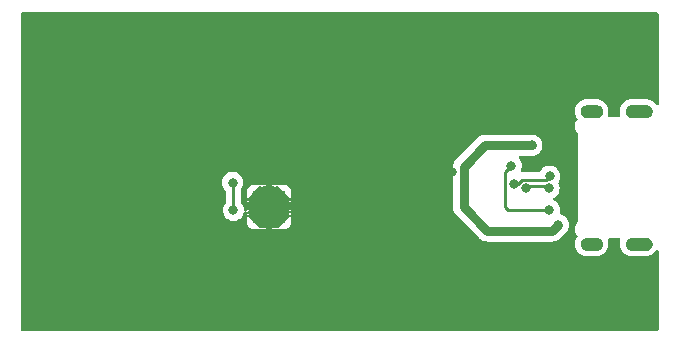
<source format=gbr>
%TF.GenerationSoftware,KiCad,Pcbnew,6.0.11+dfsg-1*%
%TF.CreationDate,2024-02-24T16:55:34-05:00*%
%TF.ProjectId,usb-c-expresscard,7573622d-632d-4657-9870-726573736361,rev?*%
%TF.SameCoordinates,Original*%
%TF.FileFunction,Copper,L2,Bot*%
%TF.FilePolarity,Positive*%
%FSLAX46Y46*%
G04 Gerber Fmt 4.6, Leading zero omitted, Abs format (unit mm)*
G04 Created by KiCad (PCBNEW 6.0.11+dfsg-1) date 2024-02-24 16:55:34*
%MOMM*%
%LPD*%
G01*
G04 APERTURE LIST*
%TA.AperFunction,EtchedComponent*%
%ADD10C,0.010000*%
%TD*%
%TA.AperFunction,ComponentPad*%
%ADD11O,2.000000X1.000000*%
%TD*%
%TA.AperFunction,ComponentPad*%
%ADD12O,1.800000X0.900000*%
%TD*%
%TA.AperFunction,ComponentPad*%
%ADD13C,0.500000*%
%TD*%
%TA.AperFunction,SMDPad,CuDef*%
%ADD14R,2.700000X2.700000*%
%TD*%
%TA.AperFunction,ViaPad*%
%ADD15C,0.800000*%
%TD*%
%TA.AperFunction,Conductor*%
%ADD16C,0.250000*%
%TD*%
%TA.AperFunction,Conductor*%
%ADD17C,0.800000*%
%TD*%
G04 APERTURE END LIST*
%TO.C,J2*%
G36*
X190269500Y-88383000D02*
G01*
X190321500Y-88391000D01*
X190372500Y-88404000D01*
X190420500Y-88423000D01*
X190467500Y-88447000D01*
X190511500Y-88475000D01*
X190552500Y-88508000D01*
X190589500Y-88545000D01*
X190622500Y-88586000D01*
X190650500Y-88630000D01*
X190674500Y-88677000D01*
X190693500Y-88725000D01*
X190706500Y-88776000D01*
X190714500Y-88828000D01*
X190717500Y-88880000D01*
X190714500Y-88932000D01*
X190706500Y-88984000D01*
X190693500Y-89035000D01*
X190674500Y-89083000D01*
X190650500Y-89130000D01*
X190622500Y-89174000D01*
X190589500Y-89215000D01*
X190552500Y-89252000D01*
X190511500Y-89285000D01*
X190467500Y-89313000D01*
X190420500Y-89337000D01*
X190372500Y-89356000D01*
X190321500Y-89369000D01*
X190269500Y-89377000D01*
X190217500Y-89380000D01*
X189417500Y-89380000D01*
X189365500Y-89377000D01*
X189313500Y-89369000D01*
X189262500Y-89356000D01*
X189214500Y-89337000D01*
X189167500Y-89313000D01*
X189123500Y-89285000D01*
X189082500Y-89252000D01*
X189045500Y-89215000D01*
X189012500Y-89174000D01*
X188984500Y-89130000D01*
X188960500Y-89083000D01*
X188941500Y-89035000D01*
X188928500Y-88984000D01*
X188920500Y-88932000D01*
X188917500Y-88880000D01*
X188920500Y-88828000D01*
X188928500Y-88776000D01*
X188941500Y-88725000D01*
X188960500Y-88677000D01*
X188984500Y-88630000D01*
X189012500Y-88586000D01*
X189045500Y-88545000D01*
X189082500Y-88508000D01*
X189123500Y-88475000D01*
X189167500Y-88447000D01*
X189214500Y-88423000D01*
X189262500Y-88404000D01*
X189313500Y-88391000D01*
X189365500Y-88383000D01*
X189417500Y-88380000D01*
X190217500Y-88380000D01*
X190269500Y-88383000D01*
G37*
D10*
X190269500Y-88383000D02*
X190321500Y-88391000D01*
X190372500Y-88404000D01*
X190420500Y-88423000D01*
X190467500Y-88447000D01*
X190511500Y-88475000D01*
X190552500Y-88508000D01*
X190589500Y-88545000D01*
X190622500Y-88586000D01*
X190650500Y-88630000D01*
X190674500Y-88677000D01*
X190693500Y-88725000D01*
X190706500Y-88776000D01*
X190714500Y-88828000D01*
X190717500Y-88880000D01*
X190714500Y-88932000D01*
X190706500Y-88984000D01*
X190693500Y-89035000D01*
X190674500Y-89083000D01*
X190650500Y-89130000D01*
X190622500Y-89174000D01*
X190589500Y-89215000D01*
X190552500Y-89252000D01*
X190511500Y-89285000D01*
X190467500Y-89313000D01*
X190420500Y-89337000D01*
X190372500Y-89356000D01*
X190321500Y-89369000D01*
X190269500Y-89377000D01*
X190217500Y-89380000D01*
X189417500Y-89380000D01*
X189365500Y-89377000D01*
X189313500Y-89369000D01*
X189262500Y-89356000D01*
X189214500Y-89337000D01*
X189167500Y-89313000D01*
X189123500Y-89285000D01*
X189082500Y-89252000D01*
X189045500Y-89215000D01*
X189012500Y-89174000D01*
X188984500Y-89130000D01*
X188960500Y-89083000D01*
X188941500Y-89035000D01*
X188928500Y-88984000D01*
X188920500Y-88932000D01*
X188917500Y-88880000D01*
X188920500Y-88828000D01*
X188928500Y-88776000D01*
X188941500Y-88725000D01*
X188960500Y-88677000D01*
X188984500Y-88630000D01*
X189012500Y-88586000D01*
X189045500Y-88545000D01*
X189082500Y-88508000D01*
X189123500Y-88475000D01*
X189167500Y-88447000D01*
X189214500Y-88423000D01*
X189262500Y-88404000D01*
X189313500Y-88391000D01*
X189365500Y-88383000D01*
X189417500Y-88380000D01*
X190217500Y-88380000D01*
X190269500Y-88383000D01*
G36*
X190269500Y-99623000D02*
G01*
X190321500Y-99631000D01*
X190372500Y-99644000D01*
X190420500Y-99663000D01*
X190467500Y-99687000D01*
X190511500Y-99715000D01*
X190552500Y-99748000D01*
X190589500Y-99785000D01*
X190622500Y-99826000D01*
X190650500Y-99870000D01*
X190674500Y-99917000D01*
X190693500Y-99965000D01*
X190706500Y-100016000D01*
X190714500Y-100068000D01*
X190717500Y-100120000D01*
X190714500Y-100172000D01*
X190706500Y-100224000D01*
X190693500Y-100275000D01*
X190674500Y-100323000D01*
X190650500Y-100370000D01*
X190622500Y-100414000D01*
X190589500Y-100455000D01*
X190552500Y-100492000D01*
X190511500Y-100525000D01*
X190467500Y-100553000D01*
X190420500Y-100577000D01*
X190372500Y-100596000D01*
X190321500Y-100609000D01*
X190269500Y-100617000D01*
X190217500Y-100620000D01*
X189417500Y-100620000D01*
X189365500Y-100617000D01*
X189313500Y-100609000D01*
X189262500Y-100596000D01*
X189214500Y-100577000D01*
X189167500Y-100553000D01*
X189123500Y-100525000D01*
X189082500Y-100492000D01*
X189045500Y-100455000D01*
X189012500Y-100414000D01*
X188984500Y-100370000D01*
X188960500Y-100323000D01*
X188941500Y-100275000D01*
X188928500Y-100224000D01*
X188920500Y-100172000D01*
X188917500Y-100120000D01*
X188920500Y-100068000D01*
X188928500Y-100016000D01*
X188941500Y-99965000D01*
X188960500Y-99917000D01*
X188984500Y-99870000D01*
X189012500Y-99826000D01*
X189045500Y-99785000D01*
X189082500Y-99748000D01*
X189123500Y-99715000D01*
X189167500Y-99687000D01*
X189214500Y-99663000D01*
X189262500Y-99644000D01*
X189313500Y-99631000D01*
X189365500Y-99623000D01*
X189417500Y-99620000D01*
X190217500Y-99620000D01*
X190269500Y-99623000D01*
G37*
X190269500Y-99623000D02*
X190321500Y-99631000D01*
X190372500Y-99644000D01*
X190420500Y-99663000D01*
X190467500Y-99687000D01*
X190511500Y-99715000D01*
X190552500Y-99748000D01*
X190589500Y-99785000D01*
X190622500Y-99826000D01*
X190650500Y-99870000D01*
X190674500Y-99917000D01*
X190693500Y-99965000D01*
X190706500Y-100016000D01*
X190714500Y-100068000D01*
X190717500Y-100120000D01*
X190714500Y-100172000D01*
X190706500Y-100224000D01*
X190693500Y-100275000D01*
X190674500Y-100323000D01*
X190650500Y-100370000D01*
X190622500Y-100414000D01*
X190589500Y-100455000D01*
X190552500Y-100492000D01*
X190511500Y-100525000D01*
X190467500Y-100553000D01*
X190420500Y-100577000D01*
X190372500Y-100596000D01*
X190321500Y-100609000D01*
X190269500Y-100617000D01*
X190217500Y-100620000D01*
X189417500Y-100620000D01*
X189365500Y-100617000D01*
X189313500Y-100609000D01*
X189262500Y-100596000D01*
X189214500Y-100577000D01*
X189167500Y-100553000D01*
X189123500Y-100525000D01*
X189082500Y-100492000D01*
X189045500Y-100455000D01*
X189012500Y-100414000D01*
X188984500Y-100370000D01*
X188960500Y-100323000D01*
X188941500Y-100275000D01*
X188928500Y-100224000D01*
X188920500Y-100172000D01*
X188917500Y-100120000D01*
X188920500Y-100068000D01*
X188928500Y-100016000D01*
X188941500Y-99965000D01*
X188960500Y-99917000D01*
X188984500Y-99870000D01*
X189012500Y-99826000D01*
X189045500Y-99785000D01*
X189082500Y-99748000D01*
X189123500Y-99715000D01*
X189167500Y-99687000D01*
X189214500Y-99663000D01*
X189262500Y-99644000D01*
X189313500Y-99631000D01*
X189365500Y-99623000D01*
X189417500Y-99620000D01*
X190217500Y-99620000D01*
X190269500Y-99623000D01*
G36*
X194469500Y-99623000D02*
G01*
X194521500Y-99631000D01*
X194572500Y-99644000D01*
X194620500Y-99663000D01*
X194667500Y-99687000D01*
X194711500Y-99715000D01*
X194752500Y-99748000D01*
X194789500Y-99785000D01*
X194822500Y-99826000D01*
X194850500Y-99870000D01*
X194874500Y-99917000D01*
X194893500Y-99965000D01*
X194906500Y-100016000D01*
X194914500Y-100068000D01*
X194917500Y-100120000D01*
X194914500Y-100172000D01*
X194906500Y-100224000D01*
X194893500Y-100275000D01*
X194874500Y-100323000D01*
X194850500Y-100370000D01*
X194822500Y-100414000D01*
X194789500Y-100455000D01*
X194752500Y-100492000D01*
X194711500Y-100525000D01*
X194667500Y-100553000D01*
X194620500Y-100577000D01*
X194572500Y-100596000D01*
X194521500Y-100609000D01*
X194469500Y-100617000D01*
X194417500Y-100620000D01*
X193217500Y-100620000D01*
X193165500Y-100617000D01*
X193113500Y-100609000D01*
X193062500Y-100596000D01*
X193014500Y-100577000D01*
X192967500Y-100553000D01*
X192923500Y-100525000D01*
X192882500Y-100492000D01*
X192845500Y-100455000D01*
X192812500Y-100414000D01*
X192784500Y-100370000D01*
X192760500Y-100323000D01*
X192741500Y-100275000D01*
X192728500Y-100224000D01*
X192720500Y-100172000D01*
X192717500Y-100120000D01*
X192720500Y-100068000D01*
X192728500Y-100016000D01*
X192741500Y-99965000D01*
X192760500Y-99917000D01*
X192784500Y-99870000D01*
X192812500Y-99826000D01*
X192845500Y-99785000D01*
X192882500Y-99748000D01*
X192923500Y-99715000D01*
X192967500Y-99687000D01*
X193014500Y-99663000D01*
X193062500Y-99644000D01*
X193113500Y-99631000D01*
X193165500Y-99623000D01*
X193217500Y-99620000D01*
X194417500Y-99620000D01*
X194469500Y-99623000D01*
G37*
X194469500Y-99623000D02*
X194521500Y-99631000D01*
X194572500Y-99644000D01*
X194620500Y-99663000D01*
X194667500Y-99687000D01*
X194711500Y-99715000D01*
X194752500Y-99748000D01*
X194789500Y-99785000D01*
X194822500Y-99826000D01*
X194850500Y-99870000D01*
X194874500Y-99917000D01*
X194893500Y-99965000D01*
X194906500Y-100016000D01*
X194914500Y-100068000D01*
X194917500Y-100120000D01*
X194914500Y-100172000D01*
X194906500Y-100224000D01*
X194893500Y-100275000D01*
X194874500Y-100323000D01*
X194850500Y-100370000D01*
X194822500Y-100414000D01*
X194789500Y-100455000D01*
X194752500Y-100492000D01*
X194711500Y-100525000D01*
X194667500Y-100553000D01*
X194620500Y-100577000D01*
X194572500Y-100596000D01*
X194521500Y-100609000D01*
X194469500Y-100617000D01*
X194417500Y-100620000D01*
X193217500Y-100620000D01*
X193165500Y-100617000D01*
X193113500Y-100609000D01*
X193062500Y-100596000D01*
X193014500Y-100577000D01*
X192967500Y-100553000D01*
X192923500Y-100525000D01*
X192882500Y-100492000D01*
X192845500Y-100455000D01*
X192812500Y-100414000D01*
X192784500Y-100370000D01*
X192760500Y-100323000D01*
X192741500Y-100275000D01*
X192728500Y-100224000D01*
X192720500Y-100172000D01*
X192717500Y-100120000D01*
X192720500Y-100068000D01*
X192728500Y-100016000D01*
X192741500Y-99965000D01*
X192760500Y-99917000D01*
X192784500Y-99870000D01*
X192812500Y-99826000D01*
X192845500Y-99785000D01*
X192882500Y-99748000D01*
X192923500Y-99715000D01*
X192967500Y-99687000D01*
X193014500Y-99663000D01*
X193062500Y-99644000D01*
X193113500Y-99631000D01*
X193165500Y-99623000D01*
X193217500Y-99620000D01*
X194417500Y-99620000D01*
X194469500Y-99623000D01*
G36*
X194469500Y-88383000D02*
G01*
X194521500Y-88391000D01*
X194572500Y-88404000D01*
X194620500Y-88423000D01*
X194667500Y-88447000D01*
X194711500Y-88475000D01*
X194752500Y-88508000D01*
X194789500Y-88545000D01*
X194822500Y-88586000D01*
X194850500Y-88630000D01*
X194874500Y-88677000D01*
X194893500Y-88725000D01*
X194906500Y-88776000D01*
X194914500Y-88828000D01*
X194917500Y-88880000D01*
X194914500Y-88932000D01*
X194906500Y-88984000D01*
X194893500Y-89035000D01*
X194874500Y-89083000D01*
X194850500Y-89130000D01*
X194822500Y-89174000D01*
X194789500Y-89215000D01*
X194752500Y-89252000D01*
X194711500Y-89285000D01*
X194667500Y-89313000D01*
X194620500Y-89337000D01*
X194572500Y-89356000D01*
X194521500Y-89369000D01*
X194469500Y-89377000D01*
X194417500Y-89380000D01*
X193217500Y-89380000D01*
X193165500Y-89377000D01*
X193113500Y-89369000D01*
X193062500Y-89356000D01*
X193014500Y-89337000D01*
X192967500Y-89313000D01*
X192923500Y-89285000D01*
X192882500Y-89252000D01*
X192845500Y-89215000D01*
X192812500Y-89174000D01*
X192784500Y-89130000D01*
X192760500Y-89083000D01*
X192741500Y-89035000D01*
X192728500Y-88984000D01*
X192720500Y-88932000D01*
X192717500Y-88880000D01*
X192720500Y-88828000D01*
X192728500Y-88776000D01*
X192741500Y-88725000D01*
X192760500Y-88677000D01*
X192784500Y-88630000D01*
X192812500Y-88586000D01*
X192845500Y-88545000D01*
X192882500Y-88508000D01*
X192923500Y-88475000D01*
X192967500Y-88447000D01*
X193014500Y-88423000D01*
X193062500Y-88404000D01*
X193113500Y-88391000D01*
X193165500Y-88383000D01*
X193217500Y-88380000D01*
X194417500Y-88380000D01*
X194469500Y-88383000D01*
G37*
X194469500Y-88383000D02*
X194521500Y-88391000D01*
X194572500Y-88404000D01*
X194620500Y-88423000D01*
X194667500Y-88447000D01*
X194711500Y-88475000D01*
X194752500Y-88508000D01*
X194789500Y-88545000D01*
X194822500Y-88586000D01*
X194850500Y-88630000D01*
X194874500Y-88677000D01*
X194893500Y-88725000D01*
X194906500Y-88776000D01*
X194914500Y-88828000D01*
X194917500Y-88880000D01*
X194914500Y-88932000D01*
X194906500Y-88984000D01*
X194893500Y-89035000D01*
X194874500Y-89083000D01*
X194850500Y-89130000D01*
X194822500Y-89174000D01*
X194789500Y-89215000D01*
X194752500Y-89252000D01*
X194711500Y-89285000D01*
X194667500Y-89313000D01*
X194620500Y-89337000D01*
X194572500Y-89356000D01*
X194521500Y-89369000D01*
X194469500Y-89377000D01*
X194417500Y-89380000D01*
X193217500Y-89380000D01*
X193165500Y-89377000D01*
X193113500Y-89369000D01*
X193062500Y-89356000D01*
X193014500Y-89337000D01*
X192967500Y-89313000D01*
X192923500Y-89285000D01*
X192882500Y-89252000D01*
X192845500Y-89215000D01*
X192812500Y-89174000D01*
X192784500Y-89130000D01*
X192760500Y-89083000D01*
X192741500Y-89035000D01*
X192728500Y-88984000D01*
X192720500Y-88932000D01*
X192717500Y-88880000D01*
X192720500Y-88828000D01*
X192728500Y-88776000D01*
X192741500Y-88725000D01*
X192760500Y-88677000D01*
X192784500Y-88630000D01*
X192812500Y-88586000D01*
X192845500Y-88545000D01*
X192882500Y-88508000D01*
X192923500Y-88475000D01*
X192967500Y-88447000D01*
X193014500Y-88423000D01*
X193062500Y-88404000D01*
X193113500Y-88391000D01*
X193165500Y-88383000D01*
X193217500Y-88380000D01*
X194417500Y-88380000D01*
X194469500Y-88383000D01*
%TD*%
D11*
%TO.P,J2,S1,SHIELD*%
%TO.N,GND*%
X193817500Y-100120000D03*
%TO.P,J2,S2*%
%TO.N,N/C*%
X193817500Y-88880000D03*
D12*
%TO.P,J2,S3*%
X189817500Y-100120000D03*
%TO.P,J2,S4*%
X189817500Y-88880000D03*
%TD*%
D13*
%TO.P,U1,17,PAD*%
%TO.N,GND*%
X162500000Y-98100000D03*
X162500000Y-97000000D03*
X163600000Y-98100000D03*
D14*
X162500000Y-97000000D03*
D13*
X161400000Y-95900000D03*
X161400000Y-97000000D03*
X161400000Y-98100000D03*
X163600000Y-95900000D03*
X162500000Y-95900000D03*
X163600000Y-97000000D03*
%TD*%
D15*
%TO.N,+3.3V*%
X159500000Y-97250000D03*
X159431250Y-94931250D03*
%TO.N,GND*%
X163000000Y-93750000D03*
X155500000Y-93000000D03*
X178000000Y-94000000D03*
%TO.N,Net-(J2-PadA5)*%
X186250000Y-97250000D03*
X183000000Y-93500000D03*
%TO.N,/D+*%
X183288363Y-95038363D03*
X186266693Y-94395779D03*
%TO.N,/D-*%
X186205609Y-95393413D03*
X184308363Y-95399638D03*
%TO.N,/VBUS*%
X187000000Y-98500000D03*
X184739954Y-91760046D03*
%TD*%
D16*
%TO.N,+3.3V*%
X159500000Y-95000000D02*
X159431250Y-94931250D01*
X159500000Y-97250000D02*
X159500000Y-95000000D01*
%TO.N,Net-(J2-PadA5)*%
X186250000Y-97250000D02*
X182750000Y-97250000D01*
X182500000Y-97000000D02*
X182500000Y-94000000D01*
X182750000Y-97250000D02*
X182500000Y-97000000D01*
X182500000Y-94000000D02*
X183000000Y-93500000D01*
%TO.N,/D+*%
X185987334Y-94675138D02*
X183971308Y-94675138D01*
X183971308Y-94675138D02*
X183573223Y-95073223D01*
X186266693Y-94395779D02*
X185987334Y-94675138D01*
X183573223Y-95073223D02*
X183538363Y-95038363D01*
X183538363Y-95038363D02*
X183288363Y-95038363D01*
%TO.N,/D-*%
X184178416Y-95175138D02*
X184178416Y-95269691D01*
X184178416Y-95269691D02*
X184308363Y-95399638D01*
X186205609Y-95393413D02*
X185987334Y-95175138D01*
X185987334Y-95175138D02*
X184178416Y-95175138D01*
D17*
%TO.N,/VBUS*%
X184739954Y-91760046D02*
X180825740Y-91760046D01*
X179000000Y-97000000D02*
X181000000Y-99000000D01*
X180825740Y-91760046D02*
X179000000Y-93585786D01*
X186500000Y-99000000D02*
X187000000Y-98500000D01*
X179000000Y-93585786D02*
X179000000Y-97000000D01*
X181000000Y-99000000D02*
X186500000Y-99000000D01*
%TD*%
%TA.AperFunction,Conductor*%
%TO.N,GND*%
G36*
X195433621Y-80528502D02*
G01*
X195480114Y-80582158D01*
X195491500Y-80634500D01*
X195491500Y-88247409D01*
X195471498Y-88315530D01*
X195417842Y-88362023D01*
X195347568Y-88372127D01*
X195282988Y-88342633D01*
X195256360Y-88310372D01*
X195247602Y-88295191D01*
X195244545Y-88291393D01*
X195243962Y-88290542D01*
X195241083Y-88286527D01*
X195240999Y-88286589D01*
X195238332Y-88282991D01*
X195235926Y-88279209D01*
X195233011Y-88275811D01*
X195233007Y-88275805D01*
X195217940Y-88258238D01*
X195215426Y-88255213D01*
X195199446Y-88235360D01*
X195195859Y-88230683D01*
X195183759Y-88214121D01*
X195180883Y-88210184D01*
X195176971Y-88206272D01*
X195172290Y-88201058D01*
X195172264Y-88201082D01*
X195169220Y-88197806D01*
X195166405Y-88194309D01*
X195147068Y-88176264D01*
X195143938Y-88173239D01*
X195126795Y-88156096D01*
X195122727Y-88151834D01*
X195108905Y-88136654D01*
X195108900Y-88136650D01*
X195105629Y-88133057D01*
X195101314Y-88129584D01*
X195096106Y-88124908D01*
X195096083Y-88124935D01*
X195092705Y-88122006D01*
X195089529Y-88118830D01*
X195085938Y-88116139D01*
X195085935Y-88116136D01*
X195068401Y-88102995D01*
X195064964Y-88100325D01*
X195045007Y-88084262D01*
X195040817Y-88080737D01*
X195032576Y-88073492D01*
X195020932Y-88063255D01*
X195016819Y-88060638D01*
X195016003Y-88060025D01*
X195011981Y-88057140D01*
X195011922Y-88057225D01*
X195008237Y-88054668D01*
X195004748Y-88051860D01*
X194981004Y-88037773D01*
X194977650Y-88035711D01*
X194959897Y-88024414D01*
X194953680Y-88020192D01*
X194936651Y-88007865D01*
X194932322Y-88005655D01*
X194932318Y-88005652D01*
X194927997Y-88003446D01*
X194917650Y-87997530D01*
X194915853Y-87996386D01*
X194915849Y-87996384D01*
X194912081Y-87993986D01*
X194892092Y-87984951D01*
X194886710Y-87982363D01*
X194877336Y-87977576D01*
X194871514Y-87974603D01*
X194864975Y-87971016D01*
X194863396Y-87970088D01*
X194846685Y-87960266D01*
X194837811Y-87956753D01*
X194826896Y-87951820D01*
X194821192Y-87948907D01*
X194800261Y-87941740D01*
X194794704Y-87939690D01*
X194770939Y-87930283D01*
X194767779Y-87928982D01*
X194765575Y-87928040D01*
X194738096Y-87916291D01*
X194733383Y-87915089D01*
X194732998Y-87914959D01*
X194730235Y-87914171D01*
X194727212Y-87912975D01*
X194722863Y-87911935D01*
X194722859Y-87911934D01*
X194693887Y-87905008D01*
X194692059Y-87904556D01*
X194666844Y-87898128D01*
X194659881Y-87896138D01*
X194643766Y-87891028D01*
X194639115Y-87889553D01*
X194630251Y-87888190D01*
X194618283Y-87885750D01*
X194616952Y-87885411D01*
X194616953Y-87885411D01*
X194612610Y-87884304D01*
X194608166Y-87883825D01*
X194608149Y-87883822D01*
X194590008Y-87881867D01*
X194584368Y-87881130D01*
X194567033Y-87878464D01*
X194559698Y-87877112D01*
X194539008Y-87872656D01*
X194534152Y-87872376D01*
X194534139Y-87872374D01*
X194529411Y-87872101D01*
X194517534Y-87870848D01*
X194511141Y-87869865D01*
X194506655Y-87869818D01*
X194506650Y-87869818D01*
X194492151Y-87869668D01*
X194489088Y-87869636D01*
X194483147Y-87869434D01*
X194478419Y-87869161D01*
X194466317Y-87867872D01*
X194462313Y-87867249D01*
X194462308Y-87867249D01*
X194457499Y-87866500D01*
X194435934Y-87866500D01*
X194428677Y-87866291D01*
X194410268Y-87865229D01*
X194405812Y-87865607D01*
X194405808Y-87865607D01*
X194402207Y-87865913D01*
X194400598Y-87866049D01*
X194389952Y-87866500D01*
X193248902Y-87866500D01*
X193236720Y-87865910D01*
X193236688Y-87865907D01*
X193227856Y-87865049D01*
X193223001Y-87865329D01*
X193222996Y-87865329D01*
X193206327Y-87866291D01*
X193199070Y-87866500D01*
X193180631Y-87866500D01*
X193171049Y-87867872D01*
X193171021Y-87867876D01*
X193160416Y-87868939D01*
X193155578Y-87869218D01*
X193148098Y-87869427D01*
X193139698Y-87869412D01*
X193126953Y-87869389D01*
X193117473Y-87870848D01*
X193105566Y-87872104D01*
X193103598Y-87872217D01*
X193103590Y-87872218D01*
X193099116Y-87872476D01*
X193094722Y-87873366D01*
X193094707Y-87873368D01*
X193077482Y-87876857D01*
X193071632Y-87877899D01*
X193054299Y-87880566D01*
X193047107Y-87881462D01*
X193042864Y-87881867D01*
X193025423Y-87883531D01*
X193016717Y-87885750D01*
X193004757Y-87888188D01*
X193003415Y-87888394D01*
X193003409Y-87888395D01*
X192998978Y-87889077D01*
X192977237Y-87895681D01*
X192971791Y-87897202D01*
X192945427Y-87903922D01*
X192942248Y-87904687D01*
X192910699Y-87911823D01*
X192906171Y-87913615D01*
X192905777Y-87913737D01*
X192903093Y-87914713D01*
X192899937Y-87915518D01*
X192868242Y-87928614D01*
X192866556Y-87929296D01*
X192848676Y-87936373D01*
X192843755Y-87938321D01*
X192836744Y-87940858D01*
X192823198Y-87945313D01*
X192816595Y-87947484D01*
X192812257Y-87949699D01*
X192812250Y-87949702D01*
X192808104Y-87951819D01*
X192797184Y-87956756D01*
X192791226Y-87959114D01*
X192772012Y-87970094D01*
X192766810Y-87972906D01*
X192751625Y-87980660D01*
X192744815Y-87983885D01*
X192725560Y-87992305D01*
X192721454Y-87994918D01*
X192717354Y-87997527D01*
X192707002Y-88003446D01*
X192701136Y-88006441D01*
X192697474Y-88009025D01*
X192697468Y-88009028D01*
X192683231Y-88019072D01*
X192678243Y-88022416D01*
X192660314Y-88033825D01*
X192655643Y-88036657D01*
X192632691Y-88049898D01*
X192628894Y-88052955D01*
X192628033Y-88053544D01*
X192624027Y-88056417D01*
X192624089Y-88056501D01*
X192620491Y-88059168D01*
X192616709Y-88061574D01*
X192613311Y-88064489D01*
X192613305Y-88064493D01*
X192595738Y-88079560D01*
X192592713Y-88082074D01*
X192572860Y-88098054D01*
X192568183Y-88101641D01*
X192566330Y-88102995D01*
X192547684Y-88116617D01*
X192543772Y-88120529D01*
X192538558Y-88125210D01*
X192538582Y-88125236D01*
X192535306Y-88128280D01*
X192531809Y-88131095D01*
X192528750Y-88134373D01*
X192528749Y-88134374D01*
X192513764Y-88150432D01*
X192510739Y-88153562D01*
X192493596Y-88170705D01*
X192489334Y-88174773D01*
X192474154Y-88188595D01*
X192474150Y-88188600D01*
X192470557Y-88191871D01*
X192467509Y-88195658D01*
X192467508Y-88195659D01*
X192467084Y-88196186D01*
X192462408Y-88201394D01*
X192462435Y-88201417D01*
X192459506Y-88204795D01*
X192456330Y-88207971D01*
X192453639Y-88211562D01*
X192453636Y-88211565D01*
X192440495Y-88229099D01*
X192437825Y-88232536D01*
X192421762Y-88252493D01*
X192418237Y-88256683D01*
X192416870Y-88258238D01*
X192400755Y-88276568D01*
X192398138Y-88280681D01*
X192397525Y-88281497D01*
X192394640Y-88285519D01*
X192394725Y-88285578D01*
X192392168Y-88289263D01*
X192389360Y-88292752D01*
X192375846Y-88315530D01*
X192375273Y-88316496D01*
X192373211Y-88319850D01*
X192361914Y-88337603D01*
X192357692Y-88343820D01*
X192345365Y-88360849D01*
X192343155Y-88365178D01*
X192343152Y-88365182D01*
X192340946Y-88369503D01*
X192335030Y-88379850D01*
X192331486Y-88385419D01*
X192329645Y-88389492D01*
X192329644Y-88389494D01*
X192322459Y-88405392D01*
X192319875Y-88410765D01*
X192315076Y-88420164D01*
X192312103Y-88425986D01*
X192308518Y-88432522D01*
X192297766Y-88450815D01*
X192294257Y-88459681D01*
X192289320Y-88470604D01*
X192286407Y-88476308D01*
X192284952Y-88480557D01*
X192284950Y-88480562D01*
X192279241Y-88497234D01*
X192277192Y-88502789D01*
X192267783Y-88526560D01*
X192266482Y-88529721D01*
X192253791Y-88559404D01*
X192252589Y-88564117D01*
X192252459Y-88564502D01*
X192251671Y-88567265D01*
X192250475Y-88570288D01*
X192249435Y-88574637D01*
X192249434Y-88574641D01*
X192242508Y-88603613D01*
X192242056Y-88605441D01*
X192235628Y-88630656D01*
X192233638Y-88637619D01*
X192228669Y-88653290D01*
X192227053Y-88658385D01*
X192226312Y-88663204D01*
X192225690Y-88667247D01*
X192223250Y-88679217D01*
X192222968Y-88680326D01*
X192221804Y-88684890D01*
X192221325Y-88689334D01*
X192221322Y-88689351D01*
X192219367Y-88707492D01*
X192218630Y-88713132D01*
X192215964Y-88730467D01*
X192214612Y-88737802D01*
X192210156Y-88758492D01*
X192209876Y-88763348D01*
X192209874Y-88763361D01*
X192209601Y-88768089D01*
X192208348Y-88779966D01*
X192207365Y-88786359D01*
X192207318Y-88790846D01*
X192207318Y-88790851D01*
X192207136Y-88808396D01*
X192206934Y-88814346D01*
X192205633Y-88836891D01*
X192205252Y-88841812D01*
X192204024Y-88854455D01*
X192202549Y-88869643D01*
X192202829Y-88874507D01*
X192202816Y-88875190D01*
X192202928Y-88878327D01*
X192202988Y-88882743D01*
X192202729Y-88887232D01*
X192205194Y-88916294D01*
X192205436Y-88919687D01*
X192206718Y-88941913D01*
X192206927Y-88949395D01*
X192206889Y-88970547D01*
X192207628Y-88975352D01*
X192207629Y-88975362D01*
X192208348Y-88980033D01*
X192209604Y-88991933D01*
X192209976Y-88998383D01*
X192210868Y-89002786D01*
X192214351Y-89019979D01*
X192215395Y-89025839D01*
X192218068Y-89043216D01*
X192218963Y-89050404D01*
X192219167Y-89052537D01*
X192221031Y-89072077D01*
X192222233Y-89076791D01*
X192223249Y-89080777D01*
X192225688Y-89092742D01*
X192226577Y-89098522D01*
X192227880Y-89102811D01*
X192227880Y-89102812D01*
X192233181Y-89120265D01*
X192234714Y-89125758D01*
X192241394Y-89151962D01*
X192242194Y-89155288D01*
X192249323Y-89186802D01*
X192251115Y-89191330D01*
X192251235Y-89191717D01*
X192252214Y-89194408D01*
X192253018Y-89197563D01*
X192254733Y-89201714D01*
X192256082Y-89205774D01*
X192258577Y-89276727D01*
X192222317Y-89337765D01*
X192158812Y-89369510D01*
X192136508Y-89371500D01*
X191298634Y-89371500D01*
X191230513Y-89351498D01*
X191184020Y-89297842D01*
X191173916Y-89227568D01*
X191179300Y-89205060D01*
X191181209Y-89200596D01*
X191182411Y-89195882D01*
X191182544Y-89195489D01*
X191183329Y-89192733D01*
X191184525Y-89189712D01*
X191192492Y-89156387D01*
X191192944Y-89154559D01*
X191199372Y-89129344D01*
X191201362Y-89122381D01*
X191206472Y-89106266D01*
X191207947Y-89101615D01*
X191209312Y-89092743D01*
X191211750Y-89080783D01*
X191212088Y-89079455D01*
X191213196Y-89075110D01*
X191215628Y-89052537D01*
X191216369Y-89046868D01*
X191218996Y-89029801D01*
X191219025Y-89029610D01*
X191219025Y-89029609D01*
X191220270Y-89029801D01*
X191220378Y-89022253D01*
X191223818Y-89006277D01*
X191223819Y-89006267D01*
X191224844Y-89001508D01*
X191225125Y-88996645D01*
X191225126Y-88996635D01*
X191225399Y-88991911D01*
X191226652Y-88980031D01*
X191227635Y-88973641D01*
X191227864Y-88951600D01*
X191228066Y-88945649D01*
X191229367Y-88923108D01*
X191229748Y-88918188D01*
X191231980Y-88895204D01*
X191232451Y-88890356D01*
X191232171Y-88885492D01*
X191232184Y-88884808D01*
X191232072Y-88881671D01*
X191232012Y-88877255D01*
X191232271Y-88872768D01*
X191229804Y-88843682D01*
X191229563Y-88840307D01*
X191229481Y-88838889D01*
X191230995Y-88838801D01*
X191230725Y-88837699D01*
X191229540Y-88837757D01*
X191229793Y-88832936D01*
X191228839Y-88826625D01*
X191228627Y-88822291D01*
X191228397Y-88820086D01*
X191228280Y-88818048D01*
X191228073Y-88810600D01*
X191228102Y-88794316D01*
X191228111Y-88789453D01*
X191226652Y-88779969D01*
X191225396Y-88768066D01*
X191225283Y-88766098D01*
X191225282Y-88766090D01*
X191225024Y-88761616D01*
X191224134Y-88757222D01*
X191224132Y-88757207D01*
X191220643Y-88739982D01*
X191219601Y-88734132D01*
X191216934Y-88716799D01*
X191216038Y-88709607D01*
X191215559Y-88704589D01*
X191213969Y-88687923D01*
X191211750Y-88679217D01*
X191209312Y-88667257D01*
X191209311Y-88667247D01*
X191208423Y-88661478D01*
X191201819Y-88639737D01*
X191200298Y-88634291D01*
X191193578Y-88607927D01*
X191192813Y-88604748D01*
X191185677Y-88573199D01*
X191183885Y-88568671D01*
X191183763Y-88568277D01*
X191182787Y-88565593D01*
X191181982Y-88562437D01*
X191168886Y-88530742D01*
X191168192Y-88529026D01*
X191167842Y-88528140D01*
X191159179Y-88506255D01*
X191156642Y-88499244D01*
X191151538Y-88483724D01*
X191150016Y-88479095D01*
X191147801Y-88474757D01*
X191147798Y-88474750D01*
X191145681Y-88470604D01*
X191140743Y-88459681D01*
X191138386Y-88453726D01*
X191127409Y-88434517D01*
X191124604Y-88429329D01*
X191116835Y-88414116D01*
X191113612Y-88407308D01*
X191107143Y-88392515D01*
X191105195Y-88388060D01*
X191099973Y-88379854D01*
X191094053Y-88369500D01*
X191093099Y-88367631D01*
X191093098Y-88367629D01*
X191091059Y-88363636D01*
X191088475Y-88359974D01*
X191088472Y-88359968D01*
X191078428Y-88345731D01*
X191075084Y-88340743D01*
X191063675Y-88322814D01*
X191060836Y-88318132D01*
X191047602Y-88295191D01*
X191044544Y-88291392D01*
X191043962Y-88290542D01*
X191041083Y-88286527D01*
X191040999Y-88286589D01*
X191038332Y-88282991D01*
X191035926Y-88279209D01*
X191033011Y-88275811D01*
X191033007Y-88275805D01*
X191017940Y-88258238D01*
X191015426Y-88255213D01*
X190999446Y-88235360D01*
X190995859Y-88230683D01*
X190983759Y-88214121D01*
X190980883Y-88210184D01*
X190976971Y-88206272D01*
X190972290Y-88201058D01*
X190972264Y-88201082D01*
X190969220Y-88197806D01*
X190966405Y-88194309D01*
X190947068Y-88176264D01*
X190943938Y-88173239D01*
X190926795Y-88156096D01*
X190922727Y-88151834D01*
X190908905Y-88136654D01*
X190908900Y-88136650D01*
X190905629Y-88133057D01*
X190901314Y-88129584D01*
X190896106Y-88124908D01*
X190896083Y-88124935D01*
X190892705Y-88122006D01*
X190889529Y-88118830D01*
X190885938Y-88116139D01*
X190885935Y-88116136D01*
X190868401Y-88102995D01*
X190864964Y-88100325D01*
X190845007Y-88084262D01*
X190840817Y-88080737D01*
X190832576Y-88073492D01*
X190820932Y-88063255D01*
X190816819Y-88060638D01*
X190816003Y-88060025D01*
X190811981Y-88057140D01*
X190811922Y-88057225D01*
X190808237Y-88054668D01*
X190804748Y-88051860D01*
X190781004Y-88037773D01*
X190777650Y-88035711D01*
X190759897Y-88024414D01*
X190753680Y-88020192D01*
X190736651Y-88007865D01*
X190732322Y-88005655D01*
X190732318Y-88005652D01*
X190727997Y-88003446D01*
X190717650Y-87997530D01*
X190715853Y-87996386D01*
X190715849Y-87996384D01*
X190712081Y-87993986D01*
X190692092Y-87984951D01*
X190686710Y-87982363D01*
X190677336Y-87977576D01*
X190671514Y-87974603D01*
X190664975Y-87971016D01*
X190663396Y-87970088D01*
X190646685Y-87960266D01*
X190637811Y-87956753D01*
X190626896Y-87951820D01*
X190621192Y-87948907D01*
X190600261Y-87941740D01*
X190594704Y-87939690D01*
X190570939Y-87930283D01*
X190567779Y-87928982D01*
X190565575Y-87928040D01*
X190538096Y-87916291D01*
X190533383Y-87915089D01*
X190532998Y-87914959D01*
X190530235Y-87914171D01*
X190527212Y-87912975D01*
X190522863Y-87911935D01*
X190522859Y-87911934D01*
X190493887Y-87905008D01*
X190492059Y-87904556D01*
X190466844Y-87898128D01*
X190459881Y-87896138D01*
X190443766Y-87891028D01*
X190439115Y-87889553D01*
X190430251Y-87888190D01*
X190418283Y-87885750D01*
X190416952Y-87885411D01*
X190416953Y-87885411D01*
X190412610Y-87884304D01*
X190408166Y-87883825D01*
X190408149Y-87883822D01*
X190390008Y-87881867D01*
X190384368Y-87881130D01*
X190367033Y-87878464D01*
X190359698Y-87877112D01*
X190339008Y-87872656D01*
X190334152Y-87872376D01*
X190334139Y-87872374D01*
X190329411Y-87872101D01*
X190317534Y-87870848D01*
X190311141Y-87869865D01*
X190306655Y-87869818D01*
X190306650Y-87869818D01*
X190292151Y-87869668D01*
X190289088Y-87869636D01*
X190283147Y-87869434D01*
X190278419Y-87869161D01*
X190266317Y-87867872D01*
X190262313Y-87867249D01*
X190262308Y-87867249D01*
X190257499Y-87866500D01*
X190235934Y-87866500D01*
X190228677Y-87866291D01*
X190210268Y-87865229D01*
X190205812Y-87865607D01*
X190205808Y-87865607D01*
X190202207Y-87865913D01*
X190200598Y-87866049D01*
X190189952Y-87866500D01*
X189448902Y-87866500D01*
X189436720Y-87865910D01*
X189436688Y-87865907D01*
X189427856Y-87865049D01*
X189423001Y-87865329D01*
X189422996Y-87865329D01*
X189406327Y-87866291D01*
X189399070Y-87866500D01*
X189380631Y-87866500D01*
X189371049Y-87867872D01*
X189371021Y-87867876D01*
X189360416Y-87868939D01*
X189355578Y-87869218D01*
X189348098Y-87869427D01*
X189339698Y-87869412D01*
X189326953Y-87869389D01*
X189317473Y-87870848D01*
X189305566Y-87872104D01*
X189303598Y-87872217D01*
X189303590Y-87872218D01*
X189299116Y-87872476D01*
X189294722Y-87873366D01*
X189294707Y-87873368D01*
X189277482Y-87876857D01*
X189271632Y-87877899D01*
X189254299Y-87880566D01*
X189247107Y-87881462D01*
X189242864Y-87881867D01*
X189225423Y-87883531D01*
X189216717Y-87885750D01*
X189204757Y-87888188D01*
X189203415Y-87888394D01*
X189203409Y-87888395D01*
X189198978Y-87889077D01*
X189177237Y-87895681D01*
X189171791Y-87897202D01*
X189145427Y-87903922D01*
X189142248Y-87904687D01*
X189110699Y-87911823D01*
X189106171Y-87913615D01*
X189105777Y-87913737D01*
X189103093Y-87914713D01*
X189099937Y-87915518D01*
X189068242Y-87928614D01*
X189066556Y-87929296D01*
X189048676Y-87936373D01*
X189043755Y-87938321D01*
X189036744Y-87940858D01*
X189023198Y-87945313D01*
X189016595Y-87947484D01*
X189012257Y-87949699D01*
X189012250Y-87949702D01*
X189008104Y-87951819D01*
X188997184Y-87956756D01*
X188991226Y-87959114D01*
X188972012Y-87970094D01*
X188966810Y-87972906D01*
X188951625Y-87980660D01*
X188944815Y-87983885D01*
X188925560Y-87992305D01*
X188921454Y-87994918D01*
X188917354Y-87997527D01*
X188907002Y-88003446D01*
X188901136Y-88006441D01*
X188897474Y-88009025D01*
X188897468Y-88009028D01*
X188883231Y-88019072D01*
X188878243Y-88022416D01*
X188860314Y-88033825D01*
X188855643Y-88036657D01*
X188832691Y-88049898D01*
X188828894Y-88052955D01*
X188828033Y-88053544D01*
X188824027Y-88056417D01*
X188824089Y-88056501D01*
X188820491Y-88059168D01*
X188816709Y-88061574D01*
X188813311Y-88064489D01*
X188813305Y-88064493D01*
X188795738Y-88079560D01*
X188792713Y-88082074D01*
X188772860Y-88098054D01*
X188768183Y-88101641D01*
X188766330Y-88102995D01*
X188747684Y-88116617D01*
X188743772Y-88120529D01*
X188738558Y-88125210D01*
X188738582Y-88125236D01*
X188735306Y-88128280D01*
X188731809Y-88131095D01*
X188728750Y-88134373D01*
X188728749Y-88134374D01*
X188713764Y-88150432D01*
X188710739Y-88153562D01*
X188693596Y-88170705D01*
X188689334Y-88174773D01*
X188674154Y-88188595D01*
X188674150Y-88188600D01*
X188670557Y-88191871D01*
X188667509Y-88195658D01*
X188667508Y-88195659D01*
X188667084Y-88196186D01*
X188662408Y-88201394D01*
X188662435Y-88201417D01*
X188659506Y-88204795D01*
X188656330Y-88207971D01*
X188653639Y-88211562D01*
X188653636Y-88211565D01*
X188640495Y-88229099D01*
X188637825Y-88232536D01*
X188621762Y-88252493D01*
X188618237Y-88256683D01*
X188616870Y-88258238D01*
X188600755Y-88276568D01*
X188598138Y-88280681D01*
X188597525Y-88281497D01*
X188594640Y-88285519D01*
X188594725Y-88285578D01*
X188592168Y-88289263D01*
X188589360Y-88292752D01*
X188575846Y-88315530D01*
X188575273Y-88316496D01*
X188573211Y-88319850D01*
X188561914Y-88337603D01*
X188557692Y-88343820D01*
X188545365Y-88360849D01*
X188543155Y-88365178D01*
X188543152Y-88365182D01*
X188540946Y-88369503D01*
X188535030Y-88379850D01*
X188531486Y-88385419D01*
X188529645Y-88389492D01*
X188529644Y-88389494D01*
X188522459Y-88405392D01*
X188519875Y-88410765D01*
X188515076Y-88420164D01*
X188512103Y-88425986D01*
X188508518Y-88432522D01*
X188497766Y-88450815D01*
X188494257Y-88459681D01*
X188489320Y-88470604D01*
X188486407Y-88476308D01*
X188484952Y-88480557D01*
X188484950Y-88480562D01*
X188479241Y-88497234D01*
X188477192Y-88502789D01*
X188467783Y-88526560D01*
X188466482Y-88529721D01*
X188453791Y-88559404D01*
X188452589Y-88564117D01*
X188452459Y-88564502D01*
X188451671Y-88567265D01*
X188450475Y-88570288D01*
X188449435Y-88574637D01*
X188449434Y-88574641D01*
X188442508Y-88603613D01*
X188442056Y-88605441D01*
X188435628Y-88630656D01*
X188433638Y-88637619D01*
X188428669Y-88653290D01*
X188427053Y-88658385D01*
X188426312Y-88663204D01*
X188425690Y-88667247D01*
X188423250Y-88679217D01*
X188422968Y-88680326D01*
X188421804Y-88684890D01*
X188420955Y-88692771D01*
X188419370Y-88707475D01*
X188418630Y-88713132D01*
X188415975Y-88730390D01*
X188414729Y-88730198D01*
X188414621Y-88737754D01*
X188411181Y-88753729D01*
X188411180Y-88753736D01*
X188410156Y-88758492D01*
X188409876Y-88763352D01*
X188409874Y-88763363D01*
X188409601Y-88768089D01*
X188408348Y-88779966D01*
X188407365Y-88786359D01*
X188407318Y-88790846D01*
X188407318Y-88790851D01*
X188407136Y-88808396D01*
X188406934Y-88814346D01*
X188405633Y-88836891D01*
X188405252Y-88841812D01*
X188404024Y-88854455D01*
X188402549Y-88869643D01*
X188402829Y-88874507D01*
X188402816Y-88875190D01*
X188402928Y-88878327D01*
X188402988Y-88882743D01*
X188402729Y-88887232D01*
X188405194Y-88916294D01*
X188405195Y-88916305D01*
X188405436Y-88919688D01*
X188405519Y-88921125D01*
X188405318Y-88921137D01*
X188405486Y-88921754D01*
X188405207Y-88927064D01*
X188406162Y-88933379D01*
X188406372Y-88937680D01*
X188406600Y-88939869D01*
X188406718Y-88941913D01*
X188406927Y-88949395D01*
X188406889Y-88970547D01*
X188407628Y-88975352D01*
X188407629Y-88975362D01*
X188408348Y-88980033D01*
X188409604Y-88991933D01*
X188409976Y-88998383D01*
X188410868Y-89002786D01*
X188414351Y-89019979D01*
X188415395Y-89025839D01*
X188418068Y-89043216D01*
X188418963Y-89050404D01*
X188419167Y-89052537D01*
X188421031Y-89072077D01*
X188422233Y-89076791D01*
X188423249Y-89080777D01*
X188425688Y-89092742D01*
X188426577Y-89098522D01*
X188427880Y-89102811D01*
X188427880Y-89102812D01*
X188433181Y-89120265D01*
X188434714Y-89125758D01*
X188441394Y-89151962D01*
X188442194Y-89155288D01*
X188449323Y-89186802D01*
X188451115Y-89191330D01*
X188451235Y-89191717D01*
X188452214Y-89194408D01*
X188453018Y-89197563D01*
X188456113Y-89205053D01*
X188466105Y-89229236D01*
X188466808Y-89230976D01*
X188475817Y-89253735D01*
X188478357Y-89260752D01*
X188483463Y-89276282D01*
X188483467Y-89276293D01*
X188484984Y-89280905D01*
X188487193Y-89285231D01*
X188487198Y-89285243D01*
X188489319Y-89289396D01*
X188494256Y-89300316D01*
X188496614Y-89306274D01*
X188498837Y-89310164D01*
X188507588Y-89325478D01*
X188510407Y-89330692D01*
X188518164Y-89345883D01*
X188521383Y-89352681D01*
X188529805Y-89371940D01*
X188532418Y-89376046D01*
X188535027Y-89380146D01*
X188540946Y-89390498D01*
X188543941Y-89396364D01*
X188556592Y-89414297D01*
X188559918Y-89419260D01*
X188571322Y-89437181D01*
X188574138Y-89441825D01*
X188587398Y-89464810D01*
X188590452Y-89468604D01*
X188591029Y-89469447D01*
X188593915Y-89473471D01*
X188593999Y-89473409D01*
X188596665Y-89477006D01*
X188599074Y-89480791D01*
X188601995Y-89484196D01*
X188604494Y-89487110D01*
X188633665Y-89551837D01*
X188623210Y-89622060D01*
X188608044Y-89646852D01*
X188534555Y-89740654D01*
X188534553Y-89740658D01*
X188530636Y-89745657D01*
X188457637Y-89891825D01*
X188415351Y-90049641D01*
X188405487Y-90212726D01*
X188406379Y-90219010D01*
X188406379Y-90219014D01*
X188419375Y-90310585D01*
X188428444Y-90374488D01*
X188430574Y-90380464D01*
X188430575Y-90380469D01*
X188468381Y-90486550D01*
X188483292Y-90528389D01*
X188486575Y-90533819D01*
X188486577Y-90533824D01*
X188536484Y-90616379D01*
X188567817Y-90668209D01*
X188572125Y-90672879D01*
X188572126Y-90672880D01*
X188675610Y-90785054D01*
X188707099Y-90848686D01*
X188709000Y-90870490D01*
X188709000Y-98129512D01*
X188688998Y-98197633D01*
X188675611Y-98214948D01*
X188567818Y-98331794D01*
X188564539Y-98337218D01*
X188564536Y-98337222D01*
X188486579Y-98466178D01*
X188486577Y-98466183D01*
X188483294Y-98471613D01*
X188428445Y-98625514D01*
X188427553Y-98631801D01*
X188410074Y-98754969D01*
X188405489Y-98787276D01*
X188409799Y-98858519D01*
X188414343Y-98933641D01*
X188415354Y-98950360D01*
X188457640Y-99108176D01*
X188530639Y-99254344D01*
X188534555Y-99259343D01*
X188534558Y-99259347D01*
X188607801Y-99352836D01*
X188634067Y-99418795D01*
X188620503Y-99488484D01*
X188606612Y-99508810D01*
X188606892Y-99509020D01*
X188603975Y-99512905D01*
X188600755Y-99516568D01*
X188598138Y-99520681D01*
X188597525Y-99521497D01*
X188594640Y-99525519D01*
X188594725Y-99525578D01*
X188592168Y-99529263D01*
X188589360Y-99532752D01*
X188575797Y-99555612D01*
X188575273Y-99556496D01*
X188573211Y-99559850D01*
X188561914Y-99577603D01*
X188557692Y-99583820D01*
X188545365Y-99600849D01*
X188543155Y-99605178D01*
X188543152Y-99605182D01*
X188540946Y-99609503D01*
X188535030Y-99619850D01*
X188531486Y-99625419D01*
X188529645Y-99629492D01*
X188529644Y-99629494D01*
X188522459Y-99645392D01*
X188519856Y-99650804D01*
X188512103Y-99665986D01*
X188508518Y-99672522D01*
X188497766Y-99690815D01*
X188494257Y-99699681D01*
X188489320Y-99710604D01*
X188486407Y-99716308D01*
X188484952Y-99720557D01*
X188484950Y-99720562D01*
X188479241Y-99737234D01*
X188477192Y-99742789D01*
X188467783Y-99766560D01*
X188466482Y-99769721D01*
X188453791Y-99799404D01*
X188452589Y-99804117D01*
X188452459Y-99804502D01*
X188451671Y-99807265D01*
X188450475Y-99810288D01*
X188449435Y-99814637D01*
X188449434Y-99814641D01*
X188442508Y-99843613D01*
X188442056Y-99845441D01*
X188435628Y-99870656D01*
X188433638Y-99877619D01*
X188429236Y-99891500D01*
X188427053Y-99898385D01*
X188425690Y-99907247D01*
X188423250Y-99919217D01*
X188422968Y-99920326D01*
X188421804Y-99924890D01*
X188420955Y-99932771D01*
X188419370Y-99947475D01*
X188418630Y-99953132D01*
X188415975Y-99970390D01*
X188414729Y-99970198D01*
X188414621Y-99977754D01*
X188411181Y-99993729D01*
X188411180Y-99993736D01*
X188410156Y-99998492D01*
X188409876Y-100003352D01*
X188409874Y-100003363D01*
X188409601Y-100008089D01*
X188408348Y-100019966D01*
X188407365Y-100026359D01*
X188407318Y-100030846D01*
X188407318Y-100030851D01*
X188407136Y-100048396D01*
X188406934Y-100054346D01*
X188405633Y-100076891D01*
X188405252Y-100081812D01*
X188404024Y-100094455D01*
X188402549Y-100109643D01*
X188402829Y-100114507D01*
X188402816Y-100115190D01*
X188402928Y-100118327D01*
X188402988Y-100122743D01*
X188402729Y-100127232D01*
X188405194Y-100156294D01*
X188405195Y-100156305D01*
X188405436Y-100159688D01*
X188405519Y-100161125D01*
X188405318Y-100161137D01*
X188405486Y-100161754D01*
X188405207Y-100167064D01*
X188406162Y-100173379D01*
X188406372Y-100177680D01*
X188406600Y-100179869D01*
X188406718Y-100181913D01*
X188406927Y-100189395D01*
X188406889Y-100210547D01*
X188407628Y-100215352D01*
X188407629Y-100215362D01*
X188408348Y-100220033D01*
X188409604Y-100231933D01*
X188409976Y-100238383D01*
X188410868Y-100242786D01*
X188414351Y-100259979D01*
X188415395Y-100265839D01*
X188418068Y-100283216D01*
X188418963Y-100290404D01*
X188419167Y-100292537D01*
X188421031Y-100312077D01*
X188422233Y-100316791D01*
X188423249Y-100320777D01*
X188425688Y-100332742D01*
X188426577Y-100338522D01*
X188427880Y-100342811D01*
X188427880Y-100342812D01*
X188433181Y-100360265D01*
X188434714Y-100365758D01*
X188441394Y-100391962D01*
X188442194Y-100395288D01*
X188449323Y-100426802D01*
X188451115Y-100431330D01*
X188451235Y-100431717D01*
X188452214Y-100434408D01*
X188453018Y-100437563D01*
X188466105Y-100469236D01*
X188466808Y-100470976D01*
X188475817Y-100493735D01*
X188478357Y-100500752D01*
X188483463Y-100516282D01*
X188483467Y-100516293D01*
X188484984Y-100520905D01*
X188487193Y-100525231D01*
X188487198Y-100525243D01*
X188489319Y-100529396D01*
X188494256Y-100540316D01*
X188496614Y-100546274D01*
X188498837Y-100550164D01*
X188507588Y-100565478D01*
X188510407Y-100570692D01*
X188518164Y-100585883D01*
X188521383Y-100592681D01*
X188529805Y-100611940D01*
X188532418Y-100616046D01*
X188535027Y-100620146D01*
X188540946Y-100630498D01*
X188543941Y-100636364D01*
X188556592Y-100654297D01*
X188559915Y-100659256D01*
X188561914Y-100662396D01*
X188571322Y-100677181D01*
X188574138Y-100681825D01*
X188587398Y-100704810D01*
X188590452Y-100708604D01*
X188591029Y-100709447D01*
X188593915Y-100713471D01*
X188593999Y-100713409D01*
X188596666Y-100717008D01*
X188599074Y-100720791D01*
X188601993Y-100724194D01*
X188617046Y-100741744D01*
X188619560Y-100744770D01*
X188635558Y-100764645D01*
X188639138Y-100769312D01*
X188654117Y-100789816D01*
X188658025Y-100793724D01*
X188662709Y-100798941D01*
X188662734Y-100798917D01*
X188665784Y-100802199D01*
X188668595Y-100805691D01*
X188671871Y-100808748D01*
X188687932Y-100823736D01*
X188691062Y-100826761D01*
X188708205Y-100843904D01*
X188712273Y-100848166D01*
X188726095Y-100863346D01*
X188726100Y-100863350D01*
X188729371Y-100866943D01*
X188733158Y-100869991D01*
X188733159Y-100869992D01*
X188733686Y-100870416D01*
X188738894Y-100875092D01*
X188738917Y-100875065D01*
X188742291Y-100877990D01*
X188745471Y-100881170D01*
X188766640Y-100897036D01*
X188770018Y-100899659D01*
X188789995Y-100915738D01*
X188794150Y-100919234D01*
X188814069Y-100936746D01*
X188818184Y-100939365D01*
X188818989Y-100939969D01*
X188823021Y-100942861D01*
X188823080Y-100942776D01*
X188826761Y-100945330D01*
X188830252Y-100948140D01*
X188834101Y-100950424D01*
X188834109Y-100950429D01*
X188853983Y-100962219D01*
X188857345Y-100964285D01*
X188875104Y-100975587D01*
X188881336Y-100979820D01*
X188882863Y-100980925D01*
X188898349Y-100992135D01*
X188902676Y-100994345D01*
X188902690Y-100994353D01*
X188907016Y-100996562D01*
X188917351Y-101002471D01*
X188919134Y-101003606D01*
X188919148Y-101003613D01*
X188922920Y-101006014D01*
X188942902Y-101015045D01*
X188948265Y-101017624D01*
X188963499Y-101025403D01*
X188970007Y-101028973D01*
X188988316Y-101039734D01*
X188997186Y-101043245D01*
X189008110Y-101048183D01*
X189013808Y-101051093D01*
X189034751Y-101058264D01*
X189040292Y-101060308D01*
X189064055Y-101069714D01*
X189067186Y-101071003D01*
X189092426Y-101081795D01*
X189092433Y-101081797D01*
X189096904Y-101083709D01*
X189101625Y-101084913D01*
X189102007Y-101085042D01*
X189104763Y-101085828D01*
X189107788Y-101087025D01*
X189112137Y-101088065D01*
X189112141Y-101088066D01*
X189141113Y-101094992D01*
X189142941Y-101095444D01*
X189168156Y-101101872D01*
X189175119Y-101103862D01*
X189190790Y-101108831D01*
X189195885Y-101110447D01*
X189204749Y-101111810D01*
X189216717Y-101114250D01*
X189217358Y-101114413D01*
X189222390Y-101115696D01*
X189226841Y-101116175D01*
X189226849Y-101116177D01*
X189241021Y-101117703D01*
X189244963Y-101118128D01*
X189250623Y-101118868D01*
X189267956Y-101121535D01*
X189275319Y-101122893D01*
X189291226Y-101126319D01*
X189291242Y-101126321D01*
X189295992Y-101127344D01*
X189300848Y-101127624D01*
X189300861Y-101127626D01*
X189305589Y-101127899D01*
X189317466Y-101129152D01*
X189323859Y-101130135D01*
X189328345Y-101130182D01*
X189328350Y-101130182D01*
X189342849Y-101130332D01*
X189345912Y-101130364D01*
X189351853Y-101130566D01*
X189356581Y-101130839D01*
X189368683Y-101132128D01*
X189372687Y-101132751D01*
X189372692Y-101132751D01*
X189377501Y-101133500D01*
X189399066Y-101133500D01*
X189406323Y-101133709D01*
X189424732Y-101134771D01*
X189429188Y-101134393D01*
X189429192Y-101134393D01*
X189432793Y-101134087D01*
X189434402Y-101133951D01*
X189445048Y-101133500D01*
X190186097Y-101133500D01*
X190198279Y-101134090D01*
X190207143Y-101134951D01*
X190211998Y-101134671D01*
X190212003Y-101134671D01*
X190228672Y-101133709D01*
X190235929Y-101133500D01*
X190254369Y-101133500D01*
X190262520Y-101132332D01*
X190263983Y-101132123D01*
X190274587Y-101131060D01*
X190279406Y-101130782D01*
X190286889Y-101130573D01*
X190295881Y-101130589D01*
X190308047Y-101130611D01*
X190312852Y-101129872D01*
X190312862Y-101129871D01*
X190317533Y-101129152D01*
X190329433Y-101127896D01*
X190329452Y-101127895D01*
X190335883Y-101127524D01*
X190357478Y-101123149D01*
X190363339Y-101122105D01*
X190380716Y-101119432D01*
X190387904Y-101118537D01*
X190404728Y-101116932D01*
X190404733Y-101116931D01*
X190409577Y-101116469D01*
X190418283Y-101114250D01*
X190430243Y-101111812D01*
X190431590Y-101111605D01*
X190431592Y-101111604D01*
X190436022Y-101110923D01*
X190442445Y-101108972D01*
X190457765Y-101104319D01*
X190463258Y-101102786D01*
X190477683Y-101099109D01*
X190489493Y-101096099D01*
X190492788Y-101095306D01*
X190519554Y-101089251D01*
X190519553Y-101089251D01*
X190524302Y-101088177D01*
X190528830Y-101086385D01*
X190529217Y-101086265D01*
X190531908Y-101085286D01*
X190535063Y-101084482D01*
X190566766Y-101071383D01*
X190568476Y-101070692D01*
X190591235Y-101061683D01*
X190598252Y-101059143D01*
X190613782Y-101054037D01*
X190613793Y-101054033D01*
X190618405Y-101052516D01*
X190622731Y-101050307D01*
X190622743Y-101050302D01*
X190626896Y-101048181D01*
X190637816Y-101043244D01*
X190643774Y-101040886D01*
X190662978Y-101029912D01*
X190668192Y-101027093D01*
X190683383Y-101019336D01*
X190690181Y-101016117D01*
X190709440Y-101007695D01*
X190713546Y-101005082D01*
X190717646Y-101002473D01*
X190728000Y-100996553D01*
X190729869Y-100995599D01*
X190729871Y-100995598D01*
X190733864Y-100993559D01*
X190751797Y-100980908D01*
X190756760Y-100977582D01*
X190774681Y-100966178D01*
X190779325Y-100963362D01*
X190802310Y-100950102D01*
X190806104Y-100947048D01*
X190806947Y-100946471D01*
X190810971Y-100943585D01*
X190810909Y-100943501D01*
X190814508Y-100940834D01*
X190818291Y-100938426D01*
X190839244Y-100920454D01*
X190842270Y-100917940D01*
X190862145Y-100901942D01*
X190866812Y-100898362D01*
X190887316Y-100883383D01*
X190891224Y-100879475D01*
X190896441Y-100874791D01*
X190896417Y-100874766D01*
X190899699Y-100871716D01*
X190903191Y-100868905D01*
X190921236Y-100849568D01*
X190924261Y-100846438D01*
X190941404Y-100829295D01*
X190945666Y-100825227D01*
X190960846Y-100811405D01*
X190960850Y-100811400D01*
X190964443Y-100808129D01*
X190967916Y-100803814D01*
X190972592Y-100798606D01*
X190972565Y-100798583D01*
X190975490Y-100795209D01*
X190978670Y-100792029D01*
X190994536Y-100770860D01*
X190997159Y-100767482D01*
X191013238Y-100747505D01*
X191016734Y-100743350D01*
X191034246Y-100723431D01*
X191036865Y-100719316D01*
X191037469Y-100718511D01*
X191040361Y-100714479D01*
X191040276Y-100714420D01*
X191042830Y-100710739D01*
X191045640Y-100707248D01*
X191047925Y-100703397D01*
X191047929Y-100703391D01*
X191059719Y-100683517D01*
X191061785Y-100680155D01*
X191073087Y-100662396D01*
X191077320Y-100656164D01*
X191086784Y-100643090D01*
X191086786Y-100643087D01*
X191089635Y-100639151D01*
X191091845Y-100634824D01*
X191091853Y-100634810D01*
X191094062Y-100630484D01*
X191099971Y-100620149D01*
X191101106Y-100618366D01*
X191101113Y-100618352D01*
X191103514Y-100614580D01*
X191112545Y-100594598D01*
X191115124Y-100589235D01*
X191122903Y-100574001D01*
X191126473Y-100567493D01*
X191137234Y-100549184D01*
X191140745Y-100540314D01*
X191145683Y-100529390D01*
X191148593Y-100523692D01*
X191155764Y-100502749D01*
X191157810Y-100497202D01*
X191167214Y-100473445D01*
X191168503Y-100470314D01*
X191179295Y-100445074D01*
X191179297Y-100445067D01*
X191181209Y-100440596D01*
X191182413Y-100435875D01*
X191182542Y-100435493D01*
X191183328Y-100432737D01*
X191184525Y-100429712D01*
X191192492Y-100396387D01*
X191192944Y-100394559D01*
X191199372Y-100369344D01*
X191201362Y-100362381D01*
X191206472Y-100346266D01*
X191207947Y-100341615D01*
X191209312Y-100332743D01*
X191211750Y-100320783D01*
X191212088Y-100319455D01*
X191213196Y-100315110D01*
X191215628Y-100292537D01*
X191216369Y-100286868D01*
X191218996Y-100269801D01*
X191219025Y-100269610D01*
X191219025Y-100269609D01*
X191220270Y-100269801D01*
X191220378Y-100262253D01*
X191223818Y-100246277D01*
X191223819Y-100246267D01*
X191224844Y-100241508D01*
X191225125Y-100236645D01*
X191225126Y-100236635D01*
X191225399Y-100231911D01*
X191226652Y-100220031D01*
X191227635Y-100213641D01*
X191227864Y-100191600D01*
X191228066Y-100185649D01*
X191229367Y-100163108D01*
X191229748Y-100158188D01*
X191231980Y-100135204D01*
X191232451Y-100130356D01*
X191232171Y-100125492D01*
X191232184Y-100124808D01*
X191232072Y-100121671D01*
X191232012Y-100117255D01*
X191232271Y-100112768D01*
X191229804Y-100083682D01*
X191229563Y-100080307D01*
X191229481Y-100078889D01*
X191230995Y-100078801D01*
X191230725Y-100077699D01*
X191229540Y-100077757D01*
X191229793Y-100072936D01*
X191228839Y-100066625D01*
X191228627Y-100062291D01*
X191228397Y-100060086D01*
X191228280Y-100058048D01*
X191228073Y-100050600D01*
X191228102Y-100034316D01*
X191228111Y-100029453D01*
X191226652Y-100019969D01*
X191225396Y-100008066D01*
X191225283Y-100006098D01*
X191225282Y-100006090D01*
X191225024Y-100001616D01*
X191224134Y-99997222D01*
X191224132Y-99997207D01*
X191220643Y-99979982D01*
X191219601Y-99974132D01*
X191216934Y-99956799D01*
X191216038Y-99949607D01*
X191215559Y-99944589D01*
X191213969Y-99927923D01*
X191211750Y-99919217D01*
X191209312Y-99907257D01*
X191209311Y-99907247D01*
X191208423Y-99901478D01*
X191201819Y-99879737D01*
X191200298Y-99874291D01*
X191193578Y-99847927D01*
X191192813Y-99844748D01*
X191185677Y-99813199D01*
X191183884Y-99808668D01*
X191183763Y-99808278D01*
X191182787Y-99805595D01*
X191181982Y-99802437D01*
X191180268Y-99798288D01*
X191178917Y-99794222D01*
X191176424Y-99723269D01*
X191212687Y-99662232D01*
X191276192Y-99630489D01*
X191298492Y-99628500D01*
X192136367Y-99628500D01*
X192204488Y-99648502D01*
X192250981Y-99702158D01*
X192261085Y-99772432D01*
X192255700Y-99794940D01*
X192253791Y-99799404D01*
X192252588Y-99804122D01*
X192252456Y-99804512D01*
X192251671Y-99807266D01*
X192250475Y-99810288D01*
X192249435Y-99814637D01*
X192249434Y-99814641D01*
X192242508Y-99843613D01*
X192242056Y-99845441D01*
X192235628Y-99870656D01*
X192233638Y-99877619D01*
X192229236Y-99891500D01*
X192227053Y-99898385D01*
X192225690Y-99907247D01*
X192223250Y-99919217D01*
X192222968Y-99920326D01*
X192221804Y-99924890D01*
X192221325Y-99929334D01*
X192221322Y-99929351D01*
X192219367Y-99947492D01*
X192218630Y-99953132D01*
X192215964Y-99970467D01*
X192214612Y-99977802D01*
X192210156Y-99998492D01*
X192209876Y-100003348D01*
X192209874Y-100003361D01*
X192209601Y-100008089D01*
X192208348Y-100019966D01*
X192207365Y-100026359D01*
X192207318Y-100030846D01*
X192207318Y-100030851D01*
X192207136Y-100048396D01*
X192206934Y-100054346D01*
X192205633Y-100076891D01*
X192205252Y-100081812D01*
X192204024Y-100094455D01*
X192202549Y-100109643D01*
X192202829Y-100114507D01*
X192202816Y-100115190D01*
X192202928Y-100118327D01*
X192202988Y-100122743D01*
X192202729Y-100127232D01*
X192205194Y-100156294D01*
X192205436Y-100159687D01*
X192206718Y-100181913D01*
X192206927Y-100189395D01*
X192206889Y-100210547D01*
X192207628Y-100215352D01*
X192207629Y-100215362D01*
X192208348Y-100220033D01*
X192209604Y-100231933D01*
X192209976Y-100238383D01*
X192210868Y-100242786D01*
X192214351Y-100259979D01*
X192215395Y-100265839D01*
X192218068Y-100283216D01*
X192218963Y-100290404D01*
X192219167Y-100292537D01*
X192221031Y-100312077D01*
X192222233Y-100316791D01*
X192223249Y-100320777D01*
X192225688Y-100332742D01*
X192226577Y-100338522D01*
X192227880Y-100342811D01*
X192227880Y-100342812D01*
X192233181Y-100360265D01*
X192234714Y-100365758D01*
X192241394Y-100391962D01*
X192242194Y-100395288D01*
X192249323Y-100426802D01*
X192251115Y-100431330D01*
X192251235Y-100431717D01*
X192252214Y-100434408D01*
X192253018Y-100437563D01*
X192266105Y-100469236D01*
X192266808Y-100470976D01*
X192275817Y-100493735D01*
X192278357Y-100500752D01*
X192283463Y-100516282D01*
X192283467Y-100516293D01*
X192284984Y-100520905D01*
X192287193Y-100525231D01*
X192287198Y-100525243D01*
X192289319Y-100529396D01*
X192294256Y-100540316D01*
X192296614Y-100546274D01*
X192298837Y-100550164D01*
X192307588Y-100565478D01*
X192310407Y-100570692D01*
X192318164Y-100585883D01*
X192321383Y-100592681D01*
X192329805Y-100611940D01*
X192332418Y-100616046D01*
X192335027Y-100620146D01*
X192340946Y-100630498D01*
X192343941Y-100636364D01*
X192356592Y-100654297D01*
X192359915Y-100659256D01*
X192361914Y-100662396D01*
X192371322Y-100677181D01*
X192374138Y-100681825D01*
X192387398Y-100704810D01*
X192390452Y-100708604D01*
X192391029Y-100709447D01*
X192393915Y-100713471D01*
X192393999Y-100713409D01*
X192396666Y-100717008D01*
X192399074Y-100720791D01*
X192401993Y-100724194D01*
X192417046Y-100741744D01*
X192419560Y-100744770D01*
X192435558Y-100764645D01*
X192439138Y-100769312D01*
X192454117Y-100789816D01*
X192458025Y-100793724D01*
X192462709Y-100798941D01*
X192462734Y-100798917D01*
X192465784Y-100802199D01*
X192468595Y-100805691D01*
X192471871Y-100808748D01*
X192487932Y-100823736D01*
X192491062Y-100826761D01*
X192508205Y-100843904D01*
X192512273Y-100848166D01*
X192526095Y-100863346D01*
X192526100Y-100863350D01*
X192529371Y-100866943D01*
X192533158Y-100869991D01*
X192533159Y-100869992D01*
X192533686Y-100870416D01*
X192538894Y-100875092D01*
X192538917Y-100875065D01*
X192542291Y-100877990D01*
X192545471Y-100881170D01*
X192566640Y-100897036D01*
X192570018Y-100899659D01*
X192589995Y-100915738D01*
X192594150Y-100919234D01*
X192614069Y-100936746D01*
X192618184Y-100939365D01*
X192618989Y-100939969D01*
X192623021Y-100942861D01*
X192623080Y-100942776D01*
X192626761Y-100945330D01*
X192630252Y-100948140D01*
X192634101Y-100950424D01*
X192634109Y-100950429D01*
X192653983Y-100962219D01*
X192657345Y-100964285D01*
X192675104Y-100975587D01*
X192681336Y-100979820D01*
X192682863Y-100980925D01*
X192698349Y-100992135D01*
X192702676Y-100994345D01*
X192702690Y-100994353D01*
X192707016Y-100996562D01*
X192717351Y-101002471D01*
X192719134Y-101003606D01*
X192719148Y-101003613D01*
X192722920Y-101006014D01*
X192742902Y-101015045D01*
X192748265Y-101017624D01*
X192763499Y-101025403D01*
X192770007Y-101028973D01*
X192788316Y-101039734D01*
X192797186Y-101043245D01*
X192808110Y-101048183D01*
X192813808Y-101051093D01*
X192834751Y-101058264D01*
X192840292Y-101060308D01*
X192864055Y-101069714D01*
X192867186Y-101071003D01*
X192892426Y-101081795D01*
X192892433Y-101081797D01*
X192896904Y-101083709D01*
X192901625Y-101084913D01*
X192902007Y-101085042D01*
X192904763Y-101085828D01*
X192907788Y-101087025D01*
X192912137Y-101088065D01*
X192912141Y-101088066D01*
X192941113Y-101094992D01*
X192942941Y-101095444D01*
X192968156Y-101101872D01*
X192975119Y-101103862D01*
X192990790Y-101108831D01*
X192995885Y-101110447D01*
X193004749Y-101111810D01*
X193016717Y-101114250D01*
X193017358Y-101114413D01*
X193022390Y-101115696D01*
X193026841Y-101116175D01*
X193026849Y-101116177D01*
X193041021Y-101117703D01*
X193044963Y-101118128D01*
X193050623Y-101118868D01*
X193067956Y-101121535D01*
X193075319Y-101122893D01*
X193091226Y-101126319D01*
X193091242Y-101126321D01*
X193095992Y-101127344D01*
X193100848Y-101127624D01*
X193100861Y-101127626D01*
X193105589Y-101127899D01*
X193117466Y-101129152D01*
X193123859Y-101130135D01*
X193128345Y-101130182D01*
X193128350Y-101130182D01*
X193142849Y-101130332D01*
X193145912Y-101130364D01*
X193151853Y-101130566D01*
X193156581Y-101130839D01*
X193168683Y-101132128D01*
X193172687Y-101132751D01*
X193172692Y-101132751D01*
X193177501Y-101133500D01*
X193199066Y-101133500D01*
X193206323Y-101133709D01*
X193224732Y-101134771D01*
X193229188Y-101134393D01*
X193229192Y-101134393D01*
X193232793Y-101134087D01*
X193234402Y-101133951D01*
X193245048Y-101133500D01*
X194386097Y-101133500D01*
X194398279Y-101134090D01*
X194407143Y-101134951D01*
X194411998Y-101134671D01*
X194412003Y-101134671D01*
X194428672Y-101133709D01*
X194435929Y-101133500D01*
X194454369Y-101133500D01*
X194462520Y-101132332D01*
X194463983Y-101132123D01*
X194474587Y-101131060D01*
X194479406Y-101130782D01*
X194486889Y-101130573D01*
X194495881Y-101130589D01*
X194508047Y-101130611D01*
X194512852Y-101129872D01*
X194512862Y-101129871D01*
X194517533Y-101129152D01*
X194529433Y-101127896D01*
X194529452Y-101127895D01*
X194535883Y-101127524D01*
X194557478Y-101123149D01*
X194563339Y-101122105D01*
X194580716Y-101119432D01*
X194587904Y-101118537D01*
X194604728Y-101116932D01*
X194604733Y-101116931D01*
X194609577Y-101116469D01*
X194618283Y-101114250D01*
X194630243Y-101111812D01*
X194631590Y-101111605D01*
X194631592Y-101111604D01*
X194636022Y-101110923D01*
X194642445Y-101108972D01*
X194657765Y-101104319D01*
X194663258Y-101102786D01*
X194677683Y-101099109D01*
X194689493Y-101096099D01*
X194692788Y-101095306D01*
X194719554Y-101089251D01*
X194719553Y-101089251D01*
X194724302Y-101088177D01*
X194728830Y-101086385D01*
X194729217Y-101086265D01*
X194731908Y-101085286D01*
X194735063Y-101084482D01*
X194766766Y-101071383D01*
X194768476Y-101070692D01*
X194791235Y-101061683D01*
X194798252Y-101059143D01*
X194813782Y-101054037D01*
X194813793Y-101054033D01*
X194818405Y-101052516D01*
X194822731Y-101050307D01*
X194822743Y-101050302D01*
X194826896Y-101048181D01*
X194837816Y-101043244D01*
X194843774Y-101040886D01*
X194862978Y-101029912D01*
X194868192Y-101027093D01*
X194883383Y-101019336D01*
X194890181Y-101016117D01*
X194909440Y-101007695D01*
X194913546Y-101005082D01*
X194917646Y-101002473D01*
X194928000Y-100996553D01*
X194929869Y-100995599D01*
X194929871Y-100995598D01*
X194933864Y-100993559D01*
X194951797Y-100980908D01*
X194956760Y-100977582D01*
X194974681Y-100966178D01*
X194979325Y-100963362D01*
X195002310Y-100950102D01*
X195006104Y-100947048D01*
X195006947Y-100946471D01*
X195010971Y-100943585D01*
X195010909Y-100943501D01*
X195014508Y-100940834D01*
X195018291Y-100938426D01*
X195039244Y-100920454D01*
X195042270Y-100917940D01*
X195062145Y-100901942D01*
X195066812Y-100898362D01*
X195087316Y-100883383D01*
X195091224Y-100879475D01*
X195096441Y-100874791D01*
X195096417Y-100874766D01*
X195099699Y-100871716D01*
X195103191Y-100868905D01*
X195121236Y-100849568D01*
X195124261Y-100846438D01*
X195141404Y-100829295D01*
X195145666Y-100825227D01*
X195160846Y-100811405D01*
X195160850Y-100811400D01*
X195164443Y-100808129D01*
X195167916Y-100803814D01*
X195172592Y-100798606D01*
X195172565Y-100798583D01*
X195175490Y-100795209D01*
X195178670Y-100792029D01*
X195194536Y-100770860D01*
X195197159Y-100767482D01*
X195213238Y-100747505D01*
X195216734Y-100743350D01*
X195234246Y-100723431D01*
X195236865Y-100719316D01*
X195237469Y-100718511D01*
X195240361Y-100714479D01*
X195240276Y-100714420D01*
X195242831Y-100710738D01*
X195245640Y-100707248D01*
X195247929Y-100703391D01*
X195257135Y-100687872D01*
X195309095Y-100639491D01*
X195378963Y-100626882D01*
X195444556Y-100654048D01*
X195485050Y-100712364D01*
X195491500Y-100752161D01*
X195491500Y-107365500D01*
X195471498Y-107433621D01*
X195417842Y-107480114D01*
X195365500Y-107491500D01*
X141634500Y-107491500D01*
X141566379Y-107471498D01*
X141519886Y-107417842D01*
X141508500Y-107365500D01*
X141508500Y-94931250D01*
X158517746Y-94931250D01*
X158537708Y-95121178D01*
X158596723Y-95302806D01*
X158692210Y-95468194D01*
X158696628Y-95473101D01*
X158696629Y-95473102D01*
X158750016Y-95532394D01*
X158819997Y-95610116D01*
X158824916Y-95613690D01*
X158862052Y-95673973D01*
X158866500Y-95707158D01*
X158866500Y-96547476D01*
X158846498Y-96615597D01*
X158834142Y-96631779D01*
X158760960Y-96713056D01*
X158665473Y-96878444D01*
X158606458Y-97060072D01*
X158605768Y-97066633D01*
X158605768Y-97066635D01*
X158593501Y-97183354D01*
X158586496Y-97250000D01*
X158587186Y-97256565D01*
X158601354Y-97391362D01*
X158606458Y-97439928D01*
X158665473Y-97621556D01*
X158668776Y-97627278D01*
X158668777Y-97627279D01*
X158685947Y-97657018D01*
X158760960Y-97786944D01*
X158765378Y-97791851D01*
X158765379Y-97791852D01*
X158791745Y-97821134D01*
X158888747Y-97928866D01*
X158943674Y-97968773D01*
X159025310Y-98028085D01*
X159043248Y-98041118D01*
X159049276Y-98043802D01*
X159049278Y-98043803D01*
X159192736Y-98107674D01*
X159217712Y-98118794D01*
X159292666Y-98134726D01*
X159398056Y-98157128D01*
X159398061Y-98157128D01*
X159404513Y-98158500D01*
X159595487Y-98158500D01*
X159601939Y-98157128D01*
X159601944Y-98157128D01*
X159707334Y-98134726D01*
X159782288Y-98118794D01*
X159807264Y-98107674D01*
X159950722Y-98043803D01*
X159950724Y-98043802D01*
X159956752Y-98041118D01*
X159974691Y-98028085D01*
X160056326Y-97968773D01*
X160111253Y-97928866D01*
X160208255Y-97821134D01*
X160234621Y-97791852D01*
X160234622Y-97791851D01*
X160239040Y-97786944D01*
X160314053Y-97657018D01*
X160331223Y-97627279D01*
X160331224Y-97627278D01*
X160334527Y-97621556D01*
X160393542Y-97439928D01*
X160393682Y-97438595D01*
X160426483Y-97377839D01*
X160488633Y-97343518D01*
X160559472Y-97348246D01*
X160616509Y-97390522D01*
X160641636Y-97456924D01*
X160642001Y-97466510D01*
X160642001Y-98044040D01*
X160641007Y-98059833D01*
X160638162Y-98082356D01*
X160637966Y-98096362D01*
X160641400Y-98131388D01*
X160642001Y-98143684D01*
X160642001Y-98394669D01*
X160642371Y-98401490D01*
X160647895Y-98452352D01*
X160651521Y-98467604D01*
X160696676Y-98588054D01*
X160705214Y-98603649D01*
X160781715Y-98705724D01*
X160794276Y-98718285D01*
X160896351Y-98794786D01*
X160911946Y-98803324D01*
X161032394Y-98848478D01*
X161047649Y-98852105D01*
X161098514Y-98857631D01*
X161105328Y-98858000D01*
X161340965Y-98858000D01*
X161357629Y-98859107D01*
X161377044Y-98861697D01*
X161391040Y-98861991D01*
X161429186Y-98858519D01*
X161440606Y-98858000D01*
X162227885Y-98858000D01*
X162243124Y-98853525D01*
X162244329Y-98852135D01*
X162246000Y-98844452D01*
X162246000Y-98839884D01*
X162754000Y-98839884D01*
X162758475Y-98855123D01*
X162759865Y-98856328D01*
X162767548Y-98857999D01*
X163540957Y-98857999D01*
X163557622Y-98859106D01*
X163577044Y-98861698D01*
X163591040Y-98861991D01*
X163629195Y-98858518D01*
X163640615Y-98857999D01*
X163894669Y-98857999D01*
X163901490Y-98857629D01*
X163952352Y-98852105D01*
X163967604Y-98848479D01*
X164088054Y-98803324D01*
X164103649Y-98794786D01*
X164205724Y-98718285D01*
X164218285Y-98705724D01*
X164294786Y-98603649D01*
X164303324Y-98588054D01*
X164348478Y-98467606D01*
X164352105Y-98452351D01*
X164357631Y-98401486D01*
X164358000Y-98394672D01*
X164358000Y-98162124D01*
X164359226Y-98144588D01*
X164361948Y-98125222D01*
X164362554Y-98117338D01*
X164362741Y-98103962D01*
X164362354Y-98096062D01*
X164358785Y-98064241D01*
X164358000Y-98050196D01*
X164358000Y-97272115D01*
X164353525Y-97256876D01*
X164352135Y-97255671D01*
X164344452Y-97254000D01*
X164225668Y-97254000D01*
X164214643Y-97257237D01*
X164217881Y-97264328D01*
X164251952Y-97298399D01*
X164285978Y-97360711D01*
X164280913Y-97431526D01*
X164251952Y-97476589D01*
X164191352Y-97537189D01*
X164183740Y-97551130D01*
X164183871Y-97552966D01*
X164188123Y-97559582D01*
X164251952Y-97623411D01*
X164285978Y-97685723D01*
X164280913Y-97756538D01*
X164251952Y-97801601D01*
X163301601Y-98751952D01*
X163239289Y-98785978D01*
X163168474Y-98780913D01*
X163123411Y-98751952D01*
X163062811Y-98691352D01*
X163048870Y-98683740D01*
X163047034Y-98683871D01*
X163040418Y-98688123D01*
X162976589Y-98751952D01*
X162914277Y-98785978D01*
X162843462Y-98780913D01*
X162798399Y-98751952D01*
X162766812Y-98720365D01*
X162756723Y-98714856D01*
X162754000Y-98722157D01*
X162754000Y-98839884D01*
X162246000Y-98839884D01*
X162246000Y-98725668D01*
X162242763Y-98714643D01*
X162235672Y-98717881D01*
X162201601Y-98751952D01*
X162139289Y-98785978D01*
X162068474Y-98780913D01*
X162023411Y-98751952D01*
X161962811Y-98691352D01*
X161948870Y-98683740D01*
X161947034Y-98683871D01*
X161940418Y-98688123D01*
X161876589Y-98751952D01*
X161814277Y-98785978D01*
X161743462Y-98780913D01*
X161698399Y-98751952D01*
X161047579Y-98101132D01*
X161758751Y-98101132D01*
X161758882Y-98102965D01*
X161763133Y-98109580D01*
X161937188Y-98283635D01*
X161951132Y-98291249D01*
X161952965Y-98291118D01*
X161959580Y-98286867D01*
X162133635Y-98112812D01*
X162140013Y-98101132D01*
X162858751Y-98101132D01*
X162858882Y-98102965D01*
X162863133Y-98109580D01*
X163037188Y-98283635D01*
X163051132Y-98291249D01*
X163052965Y-98291118D01*
X163059580Y-98286867D01*
X163233635Y-98112812D01*
X163241249Y-98098868D01*
X163241118Y-98097035D01*
X163236867Y-98090420D01*
X163062812Y-97916365D01*
X163048868Y-97908751D01*
X163047035Y-97908882D01*
X163040420Y-97913133D01*
X162866365Y-98087188D01*
X162858751Y-98101132D01*
X162140013Y-98101132D01*
X162141249Y-98098868D01*
X162141118Y-98097035D01*
X162136867Y-98090420D01*
X161962812Y-97916365D01*
X161948868Y-97908751D01*
X161947035Y-97908882D01*
X161940420Y-97913133D01*
X161766365Y-98087188D01*
X161758751Y-98101132D01*
X161047579Y-98101132D01*
X160748048Y-97801601D01*
X160714022Y-97739289D01*
X160719087Y-97668474D01*
X160748048Y-97623411D01*
X160808648Y-97562811D01*
X160815025Y-97551132D01*
X161208751Y-97551132D01*
X161208882Y-97552965D01*
X161213133Y-97559580D01*
X161387188Y-97733635D01*
X161401132Y-97741249D01*
X161402965Y-97741118D01*
X161409580Y-97736867D01*
X161583635Y-97562812D01*
X161590013Y-97551132D01*
X163408751Y-97551132D01*
X163408882Y-97552965D01*
X163413133Y-97559580D01*
X163587188Y-97733635D01*
X163601132Y-97741249D01*
X163602965Y-97741118D01*
X163609580Y-97736867D01*
X163783635Y-97562812D01*
X163791249Y-97548868D01*
X163791118Y-97547035D01*
X163786867Y-97540420D01*
X163612812Y-97366365D01*
X163598868Y-97358751D01*
X163597035Y-97358882D01*
X163590420Y-97363133D01*
X163416365Y-97537188D01*
X163408751Y-97551132D01*
X161590013Y-97551132D01*
X161591249Y-97548868D01*
X161591118Y-97547035D01*
X161586867Y-97540420D01*
X161412812Y-97366365D01*
X161398868Y-97358751D01*
X161397035Y-97358882D01*
X161390420Y-97363133D01*
X161216365Y-97537188D01*
X161208751Y-97551132D01*
X160815025Y-97551132D01*
X160816260Y-97548870D01*
X160816129Y-97547034D01*
X160811877Y-97540418D01*
X160748048Y-97476589D01*
X160714022Y-97414277D01*
X160719087Y-97343462D01*
X160748048Y-97298399D01*
X160779635Y-97266812D01*
X160785144Y-97256723D01*
X160777843Y-97254000D01*
X160660116Y-97254000D01*
X160644877Y-97258475D01*
X160629506Y-97276214D01*
X160569780Y-97314598D01*
X160498783Y-97314598D01*
X160439057Y-97276215D01*
X160408971Y-97206872D01*
X160408240Y-97199912D01*
X160393542Y-97060072D01*
X160358489Y-96952190D01*
X178087748Y-96952190D01*
X178088093Y-96958777D01*
X178088093Y-96958782D01*
X178091327Y-97020480D01*
X178091500Y-97027074D01*
X178091500Y-97047610D01*
X178091844Y-97050882D01*
X178091844Y-97050884D01*
X178093647Y-97068042D01*
X178094164Y-97074616D01*
X178095489Y-97099889D01*
X178097743Y-97142903D01*
X178099453Y-97149284D01*
X178099453Y-97149286D01*
X178101383Y-97156491D01*
X178104985Y-97175925D01*
X178105766Y-97183354D01*
X178105768Y-97183363D01*
X178106458Y-97189928D01*
X178127600Y-97254997D01*
X178129467Y-97261299D01*
X178147171Y-97327370D01*
X178153559Y-97339907D01*
X178161125Y-97358173D01*
X178165473Y-97371556D01*
X178168776Y-97377278D01*
X178168777Y-97377279D01*
X178199667Y-97430782D01*
X178202814Y-97436577D01*
X178233871Y-97497530D01*
X178238024Y-97502658D01*
X178238025Y-97502660D01*
X178242727Y-97508466D01*
X178253927Y-97524763D01*
X178257657Y-97531224D01*
X178257660Y-97531228D01*
X178260960Y-97536944D01*
X178265377Y-97541850D01*
X178265381Y-97541855D01*
X178306722Y-97587769D01*
X178311006Y-97592784D01*
X178323928Y-97608741D01*
X178338443Y-97623256D01*
X178342984Y-97628041D01*
X178388747Y-97678866D01*
X178394086Y-97682745D01*
X178394087Y-97682746D01*
X178400135Y-97687140D01*
X178415168Y-97699981D01*
X180300019Y-99584832D01*
X180312860Y-99599865D01*
X180321134Y-99611253D01*
X180326043Y-99615673D01*
X180371959Y-99657016D01*
X180376744Y-99661557D01*
X180391259Y-99676072D01*
X180393823Y-99678148D01*
X180407216Y-99688994D01*
X180412231Y-99693278D01*
X180458145Y-99734619D01*
X180458150Y-99734623D01*
X180463056Y-99739040D01*
X180468772Y-99742340D01*
X180468776Y-99742343D01*
X180475237Y-99746073D01*
X180491533Y-99757273D01*
X180502470Y-99766129D01*
X180557606Y-99794222D01*
X180563421Y-99797185D01*
X180569215Y-99800331D01*
X180628444Y-99834527D01*
X180634726Y-99836568D01*
X180634728Y-99836569D01*
X180641826Y-99838875D01*
X180660092Y-99846440D01*
X180672630Y-99852829D01*
X180679006Y-99854538D01*
X180679010Y-99854539D01*
X180738685Y-99870529D01*
X180745009Y-99872402D01*
X180753276Y-99875088D01*
X180810072Y-99893542D01*
X180816640Y-99894232D01*
X180816644Y-99894233D01*
X180824061Y-99895012D01*
X180843508Y-99898616D01*
X180857096Y-99902257D01*
X180863695Y-99902603D01*
X180863696Y-99902603D01*
X180925385Y-99905836D01*
X180931960Y-99906353D01*
X180946222Y-99907852D01*
X180952390Y-99908500D01*
X180972925Y-99908500D01*
X180979519Y-99908673D01*
X181041218Y-99911907D01*
X181041223Y-99911907D01*
X181047810Y-99912252D01*
X181061708Y-99910051D01*
X181081417Y-99908500D01*
X186418583Y-99908500D01*
X186438292Y-99910051D01*
X186452190Y-99912252D01*
X186458777Y-99911907D01*
X186458782Y-99911907D01*
X186520480Y-99908673D01*
X186527074Y-99908500D01*
X186547610Y-99908500D01*
X186550882Y-99908156D01*
X186550884Y-99908156D01*
X186568042Y-99906353D01*
X186574616Y-99905836D01*
X186636308Y-99902603D01*
X186636312Y-99902602D01*
X186642903Y-99902257D01*
X186649284Y-99900547D01*
X186649286Y-99900547D01*
X186656491Y-99898617D01*
X186675925Y-99895015D01*
X186683354Y-99894234D01*
X186683363Y-99894232D01*
X186689928Y-99893542D01*
X186754997Y-99872400D01*
X186761299Y-99870533D01*
X186802852Y-99859399D01*
X186820996Y-99854537D01*
X186820997Y-99854537D01*
X186827370Y-99852829D01*
X186839908Y-99846440D01*
X186858174Y-99838875D01*
X186865272Y-99836569D01*
X186865274Y-99836568D01*
X186871556Y-99834527D01*
X186930785Y-99800331D01*
X186936579Y-99797185D01*
X186942394Y-99794222D01*
X186997530Y-99766129D01*
X187008467Y-99757273D01*
X187024763Y-99746073D01*
X187031224Y-99742343D01*
X187031228Y-99742340D01*
X187036944Y-99739040D01*
X187041850Y-99734623D01*
X187041855Y-99734619D01*
X187087769Y-99693278D01*
X187092784Y-99688994D01*
X187106177Y-99678148D01*
X187108741Y-99676072D01*
X187123256Y-99661557D01*
X187128041Y-99657016D01*
X187173957Y-99615673D01*
X187178866Y-99611253D01*
X187187140Y-99599865D01*
X187199981Y-99584832D01*
X187584832Y-99199981D01*
X187599865Y-99187140D01*
X187605913Y-99182746D01*
X187605914Y-99182745D01*
X187611253Y-99178866D01*
X187657016Y-99128041D01*
X187661557Y-99123256D01*
X187676072Y-99108741D01*
X187688994Y-99092784D01*
X187693278Y-99087769D01*
X187734619Y-99041855D01*
X187734623Y-99041850D01*
X187739040Y-99036944D01*
X187742340Y-99031228D01*
X187742343Y-99031224D01*
X187746073Y-99024763D01*
X187757273Y-99008466D01*
X187761975Y-99002660D01*
X187761976Y-99002658D01*
X187766129Y-98997530D01*
X187790164Y-98950360D01*
X187797188Y-98936574D01*
X187800336Y-98930777D01*
X187831224Y-98877277D01*
X187834527Y-98871556D01*
X187838875Y-98858174D01*
X187846438Y-98839915D01*
X187852830Y-98827370D01*
X187861875Y-98793616D01*
X187870535Y-98761294D01*
X187872409Y-98754969D01*
X187881930Y-98725668D01*
X187893542Y-98689928D01*
X187895014Y-98675925D01*
X187898615Y-98656496D01*
X187902257Y-98642903D01*
X187904314Y-98603649D01*
X187905836Y-98574616D01*
X187906353Y-98568041D01*
X187912814Y-98506566D01*
X187912814Y-98506565D01*
X187913504Y-98500000D01*
X187912033Y-98485999D01*
X187911516Y-98466241D01*
X187911907Y-98458782D01*
X187911907Y-98458778D01*
X187912252Y-98452190D01*
X187910559Y-98441500D01*
X187901552Y-98384632D01*
X187900691Y-98378091D01*
X187894233Y-98316642D01*
X187894232Y-98316637D01*
X187893542Y-98310072D01*
X187889192Y-98296684D01*
X187884579Y-98277470D01*
X187882377Y-98263567D01*
X187862470Y-98211707D01*
X187857862Y-98199702D01*
X187855660Y-98193485D01*
X187843847Y-98157128D01*
X187834527Y-98128444D01*
X187828956Y-98118794D01*
X187827495Y-98116264D01*
X187818983Y-98098419D01*
X187816306Y-98091444D01*
X187816303Y-98091437D01*
X187813938Y-98085277D01*
X187776678Y-98027901D01*
X187773235Y-98022282D01*
X187742342Y-97968773D01*
X187742336Y-97968765D01*
X187739040Y-97963056D01*
X187734628Y-97958156D01*
X187734625Y-97958152D01*
X187729628Y-97952603D01*
X187717592Y-97936917D01*
X187713524Y-97930653D01*
X187713522Y-97930651D01*
X187709926Y-97925113D01*
X187661557Y-97876744D01*
X187657016Y-97871959D01*
X187615673Y-97826043D01*
X187611253Y-97821134D01*
X187605795Y-97817168D01*
X187599865Y-97812860D01*
X187584832Y-97800019D01*
X187574887Y-97790074D01*
X187569347Y-97786476D01*
X187517522Y-97752820D01*
X187512087Y-97749085D01*
X187462092Y-97712762D01*
X187456752Y-97708882D01*
X187443894Y-97703157D01*
X187426529Y-97693729D01*
X187420261Y-97689658D01*
X187420258Y-97689657D01*
X187414723Y-97686062D01*
X187408558Y-97683696D01*
X187408555Y-97683694D01*
X187350875Y-97661553D01*
X187344781Y-97659029D01*
X187288324Y-97633893D01*
X187288320Y-97633892D01*
X187282288Y-97631206D01*
X187275827Y-97629833D01*
X187275822Y-97629831D01*
X187268526Y-97628280D01*
X187249579Y-97622668D01*
X187242597Y-97619988D01*
X187242588Y-97619986D01*
X187236433Y-97617623D01*
X187229921Y-97616592D01*
X187225907Y-97615516D01*
X187165284Y-97578564D01*
X187134263Y-97514703D01*
X187138685Y-97454876D01*
X187141503Y-97446204D01*
X187141503Y-97446202D01*
X187143542Y-97439928D01*
X187148647Y-97391362D01*
X187162814Y-97256565D01*
X187163504Y-97250000D01*
X187156499Y-97183354D01*
X187144232Y-97066635D01*
X187144232Y-97066633D01*
X187143542Y-97060072D01*
X187084527Y-96878444D01*
X186989040Y-96713056D01*
X186861253Y-96571134D01*
X186706752Y-96458882D01*
X186700719Y-96456196D01*
X186700714Y-96456193D01*
X186634990Y-96426930D01*
X186580894Y-96380950D01*
X186560245Y-96313023D01*
X186579598Y-96244715D01*
X186634991Y-96196717D01*
X186656328Y-96187217D01*
X186662361Y-96184531D01*
X186816862Y-96072279D01*
X186912391Y-95966183D01*
X186940230Y-95935265D01*
X186940231Y-95935264D01*
X186944649Y-95930357D01*
X187040136Y-95764969D01*
X187099151Y-95583341D01*
X187102903Y-95547649D01*
X187118423Y-95399978D01*
X187119113Y-95393413D01*
X187110204Y-95308648D01*
X187099841Y-95210048D01*
X187099841Y-95210046D01*
X187099151Y-95203485D01*
X187040136Y-95021857D01*
X187033576Y-95010494D01*
X187016839Y-94941498D01*
X187033577Y-94884496D01*
X187097916Y-94773058D01*
X187097917Y-94773057D01*
X187101220Y-94767335D01*
X187160235Y-94585707D01*
X187162309Y-94565979D01*
X187179507Y-94402344D01*
X187180197Y-94395779D01*
X187160235Y-94205851D01*
X187101220Y-94024223D01*
X187005733Y-93858835D01*
X186938858Y-93784562D01*
X186882368Y-93721824D01*
X186882367Y-93721823D01*
X186877946Y-93716913D01*
X186772238Y-93640111D01*
X186728787Y-93608542D01*
X186728786Y-93608541D01*
X186723445Y-93604661D01*
X186717417Y-93601977D01*
X186717415Y-93601976D01*
X186555012Y-93529670D01*
X186555011Y-93529670D01*
X186548981Y-93526985D01*
X186452913Y-93506565D01*
X186368637Y-93488651D01*
X186368632Y-93488651D01*
X186362180Y-93487279D01*
X186171206Y-93487279D01*
X186164754Y-93488651D01*
X186164749Y-93488651D01*
X186080473Y-93506565D01*
X185984405Y-93526985D01*
X185978375Y-93529670D01*
X185978374Y-93529670D01*
X185815971Y-93601976D01*
X185815969Y-93601977D01*
X185809941Y-93604661D01*
X185804600Y-93608541D01*
X185804599Y-93608542D01*
X185761148Y-93640111D01*
X185655440Y-93716913D01*
X185651019Y-93721823D01*
X185651018Y-93721824D01*
X185594529Y-93784562D01*
X185527653Y-93858835D01*
X185462252Y-93972114D01*
X185458485Y-93978638D01*
X185407103Y-94027631D01*
X185349366Y-94041638D01*
X184050075Y-94041638D01*
X184038892Y-94041111D01*
X184031399Y-94039436D01*
X184023473Y-94039685D01*
X184023472Y-94039685D01*
X183963322Y-94041576D01*
X183959363Y-94041638D01*
X183952069Y-94041638D01*
X183883948Y-94021636D01*
X183837455Y-93967980D01*
X183827351Y-93897706D01*
X183834863Y-93871665D01*
X183834527Y-93871556D01*
X183883178Y-93721824D01*
X183893542Y-93689928D01*
X183895931Y-93667203D01*
X183912814Y-93506565D01*
X183913504Y-93500000D01*
X183901899Y-93389581D01*
X183894232Y-93316635D01*
X183894232Y-93316633D01*
X183893542Y-93310072D01*
X183834527Y-93128444D01*
X183805011Y-93077320D01*
X183748597Y-92979609D01*
X183739040Y-92963056D01*
X183663226Y-92878856D01*
X183632508Y-92814849D01*
X183641273Y-92744395D01*
X183686736Y-92689864D01*
X183756862Y-92668546D01*
X184835441Y-92668546D01*
X184875818Y-92659964D01*
X184888826Y-92657903D01*
X184909264Y-92655755D01*
X184923319Y-92654278D01*
X184923321Y-92654278D01*
X184929882Y-92653588D01*
X184936156Y-92651549D01*
X184936163Y-92651548D01*
X184969137Y-92640834D01*
X184981874Y-92637421D01*
X185015785Y-92630213D01*
X185015789Y-92630212D01*
X185022242Y-92628840D01*
X185059960Y-92612047D01*
X185072258Y-92607327D01*
X185105226Y-92596615D01*
X185105227Y-92596614D01*
X185111510Y-92594573D01*
X185147246Y-92573941D01*
X185158995Y-92567954D01*
X185190678Y-92553848D01*
X185190679Y-92553847D01*
X185196706Y-92551164D01*
X185202045Y-92547285D01*
X185202050Y-92547282D01*
X185230103Y-92526900D01*
X185241156Y-92519721D01*
X185276898Y-92499086D01*
X185281807Y-92494666D01*
X185281811Y-92494663D01*
X185307568Y-92471471D01*
X185317811Y-92463175D01*
X185351207Y-92438912D01*
X185378825Y-92408240D01*
X185388148Y-92398917D01*
X185413916Y-92375715D01*
X185413918Y-92375713D01*
X185418820Y-92371299D01*
X185443083Y-92337903D01*
X185451379Y-92327660D01*
X185474571Y-92301903D01*
X185474574Y-92301899D01*
X185478994Y-92296990D01*
X185499629Y-92261248D01*
X185506808Y-92250195D01*
X185527190Y-92222142D01*
X185527193Y-92222137D01*
X185531072Y-92216798D01*
X185547863Y-92179085D01*
X185553850Y-92167336D01*
X185571178Y-92137323D01*
X185574481Y-92131602D01*
X185587236Y-92092348D01*
X185591955Y-92080052D01*
X185608748Y-92042334D01*
X185617329Y-92001966D01*
X185620742Y-91989229D01*
X185631456Y-91956255D01*
X185631457Y-91956248D01*
X185633496Y-91949974D01*
X185637811Y-91908918D01*
X185639872Y-91895910D01*
X185648454Y-91855533D01*
X185648454Y-91814262D01*
X185649144Y-91801091D01*
X185652768Y-91766611D01*
X185653458Y-91760046D01*
X185649144Y-91719001D01*
X185648454Y-91705830D01*
X185648454Y-91664559D01*
X185639872Y-91624182D01*
X185637810Y-91611168D01*
X185634186Y-91576681D01*
X185634186Y-91576679D01*
X185633496Y-91570118D01*
X185631457Y-91563844D01*
X185631456Y-91563837D01*
X185620742Y-91530863D01*
X185617329Y-91518126D01*
X185610121Y-91484215D01*
X185610120Y-91484211D01*
X185608748Y-91477758D01*
X185591955Y-91440040D01*
X185587235Y-91427742D01*
X185576523Y-91394774D01*
X185576522Y-91394773D01*
X185574481Y-91388490D01*
X185553849Y-91352754D01*
X185547862Y-91341005D01*
X185533756Y-91309322D01*
X185533755Y-91309321D01*
X185531072Y-91303294D01*
X185527193Y-91297955D01*
X185527190Y-91297950D01*
X185506808Y-91269897D01*
X185499629Y-91258844D01*
X185478994Y-91223102D01*
X185474574Y-91218193D01*
X185474571Y-91218189D01*
X185451379Y-91192432D01*
X185443083Y-91182189D01*
X185418820Y-91148793D01*
X185413916Y-91144377D01*
X185388148Y-91121175D01*
X185378825Y-91111852D01*
X185355623Y-91086084D01*
X185355621Y-91086082D01*
X185351207Y-91081180D01*
X185317811Y-91056917D01*
X185307568Y-91048621D01*
X185281811Y-91025429D01*
X185281807Y-91025426D01*
X185276898Y-91021006D01*
X185241156Y-91000371D01*
X185230103Y-90993192D01*
X185202050Y-90972810D01*
X185202045Y-90972807D01*
X185196706Y-90968928D01*
X185183080Y-90962861D01*
X185158995Y-90952138D01*
X185147244Y-90946150D01*
X185117231Y-90928822D01*
X185111510Y-90925519D01*
X185072256Y-90912764D01*
X185059960Y-90908045D01*
X185022242Y-90891252D01*
X185015789Y-90889880D01*
X185015785Y-90889879D01*
X184981874Y-90882671D01*
X184969137Y-90879258D01*
X184936163Y-90868544D01*
X184936156Y-90868543D01*
X184929882Y-90866504D01*
X184923321Y-90865814D01*
X184923319Y-90865814D01*
X184906028Y-90863997D01*
X184888826Y-90862189D01*
X184875818Y-90860128D01*
X184835441Y-90851546D01*
X180907156Y-90851546D01*
X180887447Y-90849995D01*
X180873549Y-90847794D01*
X180866962Y-90848139D01*
X180866957Y-90848139D01*
X180805259Y-90851373D01*
X180798665Y-90851546D01*
X180778130Y-90851546D01*
X180771962Y-90852194D01*
X180757700Y-90853693D01*
X180751125Y-90854210D01*
X180689436Y-90857443D01*
X180689435Y-90857443D01*
X180682836Y-90857789D01*
X180669248Y-90861430D01*
X180649801Y-90865034D01*
X180642384Y-90865813D01*
X180642380Y-90865814D01*
X180635812Y-90866504D01*
X180596559Y-90879258D01*
X180570749Y-90887644D01*
X180564425Y-90889517D01*
X180504750Y-90905507D01*
X180504746Y-90905508D01*
X180498370Y-90907217D01*
X180487482Y-90912765D01*
X180485833Y-90913605D01*
X180467566Y-90921171D01*
X180460468Y-90923477D01*
X180460466Y-90923478D01*
X180454184Y-90925519D01*
X180448462Y-90928822D01*
X180448461Y-90928823D01*
X180394958Y-90959713D01*
X180389163Y-90962860D01*
X180328210Y-90993917D01*
X180323082Y-90998070D01*
X180323080Y-90998071D01*
X180317274Y-91002773D01*
X180300977Y-91013973D01*
X180294516Y-91017703D01*
X180294512Y-91017706D01*
X180288796Y-91021006D01*
X180283890Y-91025423D01*
X180283885Y-91025427D01*
X180237971Y-91066768D01*
X180232956Y-91071052D01*
X180225237Y-91077303D01*
X180216999Y-91083974D01*
X180202484Y-91098489D01*
X180197699Y-91103030D01*
X180146874Y-91148793D01*
X180142995Y-91154132D01*
X180142994Y-91154133D01*
X180138600Y-91160181D01*
X180125759Y-91175214D01*
X178415168Y-92885805D01*
X178400135Y-92898646D01*
X178388747Y-92906920D01*
X178384327Y-92911829D01*
X178342984Y-92957745D01*
X178338443Y-92962530D01*
X178323928Y-92977045D01*
X178321852Y-92979609D01*
X178311006Y-92993002D01*
X178306722Y-92998017D01*
X178265381Y-93043931D01*
X178265377Y-93043936D01*
X178260960Y-93048842D01*
X178257660Y-93054558D01*
X178257657Y-93054562D01*
X178253927Y-93061023D01*
X178242727Y-93077319D01*
X178233871Y-93088256D01*
X178216310Y-93122721D01*
X178202815Y-93149207D01*
X178199669Y-93155001D01*
X178165473Y-93214230D01*
X178163432Y-93220512D01*
X178163431Y-93220514D01*
X178161125Y-93227612D01*
X178153560Y-93245878D01*
X178147171Y-93258416D01*
X178131572Y-93316634D01*
X178129469Y-93324481D01*
X178127600Y-93330789D01*
X178106458Y-93395858D01*
X178105768Y-93402423D01*
X178105766Y-93402432D01*
X178104985Y-93409861D01*
X178101383Y-93429295D01*
X178099453Y-93436500D01*
X178097743Y-93442883D01*
X178097398Y-93449474D01*
X178097397Y-93449478D01*
X178094164Y-93511170D01*
X178093647Y-93517744D01*
X178092820Y-93525613D01*
X178091500Y-93538176D01*
X178091500Y-93558712D01*
X178091327Y-93565306D01*
X178087748Y-93633596D01*
X178088780Y-93640111D01*
X178089949Y-93647491D01*
X178091500Y-93667203D01*
X178091500Y-96918583D01*
X178089949Y-96938292D01*
X178087748Y-96952190D01*
X160358489Y-96952190D01*
X160334527Y-96878444D01*
X160239040Y-96713056D01*
X160165863Y-96631785D01*
X160135147Y-96567779D01*
X160133500Y-96547476D01*
X160133500Y-95896362D01*
X160637966Y-95896362D01*
X160641399Y-95931378D01*
X160642000Y-95943674D01*
X160642000Y-96727885D01*
X160646475Y-96743124D01*
X160647865Y-96744329D01*
X160655548Y-96746000D01*
X160774332Y-96746000D01*
X160785357Y-96742763D01*
X160782119Y-96735672D01*
X160748048Y-96701601D01*
X160714022Y-96639289D01*
X160719087Y-96568474D01*
X160748048Y-96523411D01*
X160808648Y-96462811D01*
X160815025Y-96451132D01*
X161208751Y-96451132D01*
X161208882Y-96452965D01*
X161213133Y-96459580D01*
X161387188Y-96633635D01*
X161401132Y-96641249D01*
X161402965Y-96641118D01*
X161409580Y-96636867D01*
X161583635Y-96462812D01*
X161590013Y-96451132D01*
X163408751Y-96451132D01*
X163408882Y-96452965D01*
X163413133Y-96459580D01*
X163587188Y-96633635D01*
X163601132Y-96641249D01*
X163602965Y-96641118D01*
X163609580Y-96636867D01*
X163783635Y-96462812D01*
X163791249Y-96448868D01*
X163791118Y-96447035D01*
X163786867Y-96440420D01*
X163612812Y-96266365D01*
X163598868Y-96258751D01*
X163597035Y-96258882D01*
X163590420Y-96263133D01*
X163416365Y-96437188D01*
X163408751Y-96451132D01*
X161590013Y-96451132D01*
X161591249Y-96448868D01*
X161591118Y-96447035D01*
X161586867Y-96440420D01*
X161412812Y-96266365D01*
X161398868Y-96258751D01*
X161397035Y-96258882D01*
X161390420Y-96263133D01*
X161216365Y-96437188D01*
X161208751Y-96451132D01*
X160815025Y-96451132D01*
X160816260Y-96448870D01*
X160816129Y-96447034D01*
X160811877Y-96440418D01*
X160748048Y-96376589D01*
X160714022Y-96314277D01*
X160719087Y-96243462D01*
X160748048Y-96198399D01*
X161045315Y-95901132D01*
X161758751Y-95901132D01*
X161758882Y-95902965D01*
X161763133Y-95909580D01*
X161937188Y-96083635D01*
X161951132Y-96091249D01*
X161952965Y-96091118D01*
X161959580Y-96086867D01*
X162133635Y-95912812D01*
X162140013Y-95901132D01*
X162858751Y-95901132D01*
X162858882Y-95902965D01*
X162863133Y-95909580D01*
X163037188Y-96083635D01*
X163051132Y-96091249D01*
X163052965Y-96091118D01*
X163059580Y-96086867D01*
X163233635Y-95912812D01*
X163241249Y-95898868D01*
X163241118Y-95897035D01*
X163236867Y-95890420D01*
X163062812Y-95716365D01*
X163048868Y-95708751D01*
X163047035Y-95708882D01*
X163040420Y-95713133D01*
X162866365Y-95887188D01*
X162858751Y-95901132D01*
X162140013Y-95901132D01*
X162141249Y-95898868D01*
X162141118Y-95897035D01*
X162136867Y-95890420D01*
X161962812Y-95716365D01*
X161948868Y-95708751D01*
X161947035Y-95708882D01*
X161940420Y-95713133D01*
X161766365Y-95887188D01*
X161758751Y-95901132D01*
X161045315Y-95901132D01*
X161698399Y-95248048D01*
X161760711Y-95214022D01*
X161831526Y-95219087D01*
X161876589Y-95248048D01*
X161937189Y-95308648D01*
X161951130Y-95316260D01*
X161952966Y-95316129D01*
X161959582Y-95311877D01*
X162023411Y-95248048D01*
X162085723Y-95214022D01*
X162156538Y-95219087D01*
X162201601Y-95248048D01*
X162233188Y-95279635D01*
X162243277Y-95285144D01*
X162246000Y-95277843D01*
X162246000Y-95274332D01*
X162754000Y-95274332D01*
X162757237Y-95285357D01*
X162764328Y-95282119D01*
X162798399Y-95248048D01*
X162860711Y-95214022D01*
X162931526Y-95219087D01*
X162976589Y-95248048D01*
X163037189Y-95308648D01*
X163051130Y-95316260D01*
X163052966Y-95316129D01*
X163059582Y-95311877D01*
X163123411Y-95248048D01*
X163185723Y-95214022D01*
X163256538Y-95219087D01*
X163301601Y-95248048D01*
X164251952Y-96198399D01*
X164285978Y-96260711D01*
X164280913Y-96331526D01*
X164251952Y-96376589D01*
X164191352Y-96437189D01*
X164183740Y-96451130D01*
X164183871Y-96452966D01*
X164188123Y-96459582D01*
X164251952Y-96523411D01*
X164285978Y-96585723D01*
X164280913Y-96656538D01*
X164251952Y-96701601D01*
X164220365Y-96733188D01*
X164214856Y-96743277D01*
X164222157Y-96746000D01*
X164339884Y-96746000D01*
X164355123Y-96741525D01*
X164356328Y-96740135D01*
X164357999Y-96732452D01*
X164357999Y-95962130D01*
X164359225Y-95944593D01*
X164361948Y-95925219D01*
X164362554Y-95917340D01*
X164362741Y-95903962D01*
X164362354Y-95896062D01*
X164358784Y-95864233D01*
X164357999Y-95850188D01*
X164357999Y-95605331D01*
X164357629Y-95598510D01*
X164352105Y-95547648D01*
X164348479Y-95532396D01*
X164303324Y-95411946D01*
X164294786Y-95396351D01*
X164218285Y-95294276D01*
X164205724Y-95281715D01*
X164103649Y-95205214D01*
X164088054Y-95196676D01*
X163967606Y-95151522D01*
X163952351Y-95147895D01*
X163901486Y-95142369D01*
X163894672Y-95142000D01*
X163652875Y-95142000D01*
X163637957Y-95141114D01*
X163612318Y-95138057D01*
X163598320Y-95137959D01*
X163566437Y-95141310D01*
X163553267Y-95142000D01*
X162772115Y-95142000D01*
X162756876Y-95146475D01*
X162755671Y-95147865D01*
X162754000Y-95155548D01*
X162754000Y-95274332D01*
X162246000Y-95274332D01*
X162246000Y-95160116D01*
X162241525Y-95144877D01*
X162240135Y-95143672D01*
X162232452Y-95142001D01*
X161452883Y-95142001D01*
X161437964Y-95141115D01*
X161412318Y-95138057D01*
X161398321Y-95137959D01*
X161366430Y-95141311D01*
X161353260Y-95142001D01*
X161105331Y-95142001D01*
X161098510Y-95142371D01*
X161047648Y-95147895D01*
X161032396Y-95151521D01*
X160911946Y-95196676D01*
X160896351Y-95205214D01*
X160794276Y-95281715D01*
X160781715Y-95294276D01*
X160705214Y-95396351D01*
X160696676Y-95411946D01*
X160651522Y-95532394D01*
X160647895Y-95547649D01*
X160642369Y-95598514D01*
X160642000Y-95605328D01*
X160642000Y-95844047D01*
X160641007Y-95859839D01*
X160638161Y-95882365D01*
X160637966Y-95896362D01*
X160133500Y-95896362D01*
X160133500Y-95557421D01*
X160153502Y-95489300D01*
X160165860Y-95473115D01*
X160165867Y-95473107D01*
X160165871Y-95473102D01*
X160170290Y-95468194D01*
X160265777Y-95302806D01*
X160324792Y-95121178D01*
X160344754Y-94931250D01*
X160327526Y-94767335D01*
X160325482Y-94747885D01*
X160325482Y-94747883D01*
X160324792Y-94741322D01*
X160265777Y-94559694D01*
X160170290Y-94394306D01*
X160042503Y-94252384D01*
X159888002Y-94140132D01*
X159881974Y-94137448D01*
X159881972Y-94137447D01*
X159719569Y-94065141D01*
X159719568Y-94065141D01*
X159713538Y-94062456D01*
X159612968Y-94041079D01*
X159533194Y-94024122D01*
X159533189Y-94024122D01*
X159526737Y-94022750D01*
X159335763Y-94022750D01*
X159329311Y-94024122D01*
X159329306Y-94024122D01*
X159249532Y-94041079D01*
X159148962Y-94062456D01*
X159142932Y-94065141D01*
X159142931Y-94065141D01*
X158980528Y-94137447D01*
X158980526Y-94137448D01*
X158974498Y-94140132D01*
X158819997Y-94252384D01*
X158692210Y-94394306D01*
X158596723Y-94559694D01*
X158537708Y-94741322D01*
X158537018Y-94747883D01*
X158537018Y-94747885D01*
X158534974Y-94767335D01*
X158517746Y-94931250D01*
X141508500Y-94931250D01*
X141508500Y-80634500D01*
X141528502Y-80566379D01*
X141582158Y-80519886D01*
X141634500Y-80508500D01*
X195365500Y-80508500D01*
X195433621Y-80528502D01*
G37*
%TD.AperFunction*%
%TD*%
M02*

</source>
